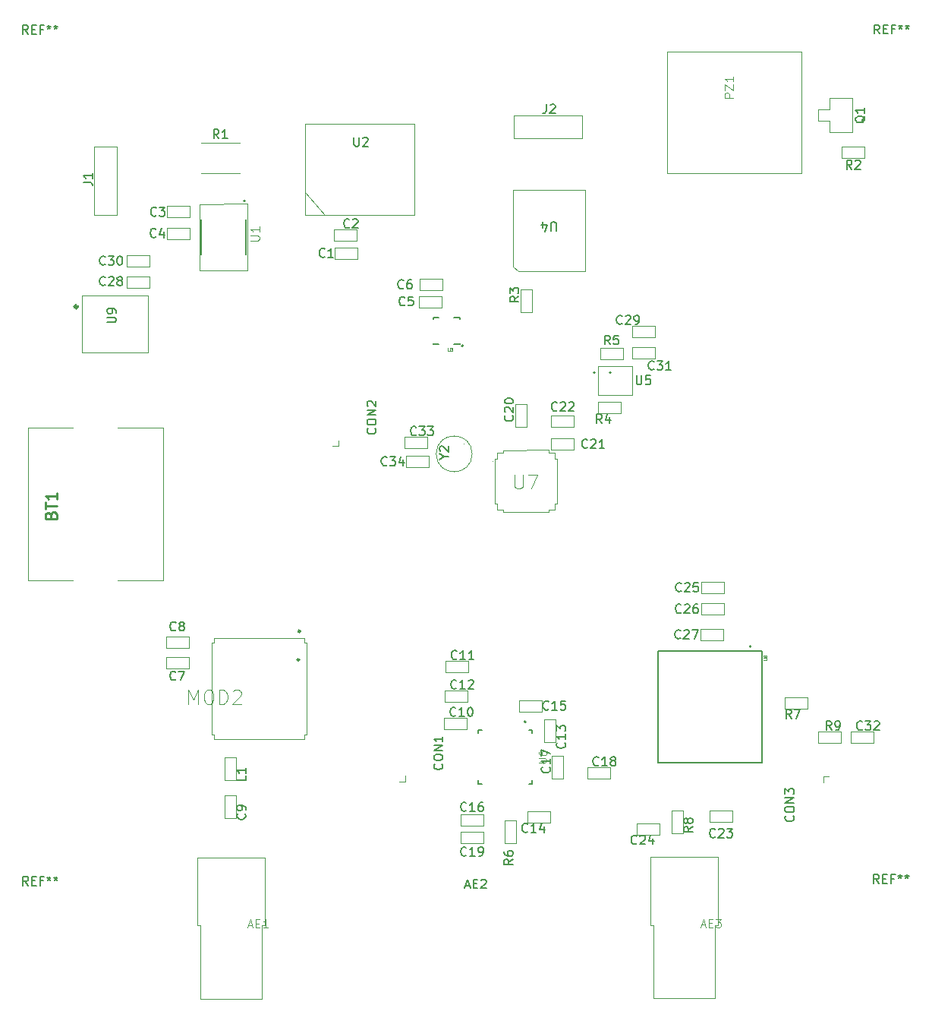
<source format=gbr>
%TF.GenerationSoftware,KiCad,Pcbnew,(5.99.0-10506-gb986797469)*%
%TF.CreationDate,2021-05-19T12:07:34+01:00*%
%TF.ProjectId,LoRa tracker,4c6f5261-2074-4726-9163-6b65722e6b69,rev?*%
%TF.SameCoordinates,Original*%
%TF.FileFunction,Legend,Top*%
%TF.FilePolarity,Positive*%
%FSLAX46Y46*%
G04 Gerber Fmt 4.6, Leading zero omitted, Abs format (unit mm)*
G04 Created by KiCad (PCBNEW (5.99.0-10506-gb986797469)) date 2021-05-19 12:07:34*
%MOMM*%
%LPD*%
G01*
G04 APERTURE LIST*
%ADD10C,0.150000*%
%ADD11C,0.015000*%
%ADD12C,0.254000*%
%ADD13C,0.120000*%
%ADD14C,0.127000*%
%ADD15C,0.200000*%
%ADD16C,0.177800*%
%ADD17C,0.100000*%
%ADD18C,0.160000*%
%ADD19C,0.242809*%
%ADD20C,0.109172*%
%ADD21C,0.342843*%
G04 APERTURE END LIST*
D10*
%TO.C,C22*%
X122397142Y-79617142D02*
X122349523Y-79664761D01*
X122206666Y-79712380D01*
X122111428Y-79712380D01*
X121968571Y-79664761D01*
X121873333Y-79569523D01*
X121825714Y-79474285D01*
X121778095Y-79283809D01*
X121778095Y-79140952D01*
X121825714Y-78950476D01*
X121873333Y-78855238D01*
X121968571Y-78760000D01*
X122111428Y-78712380D01*
X122206666Y-78712380D01*
X122349523Y-78760000D01*
X122397142Y-78807619D01*
X122778095Y-78807619D02*
X122825714Y-78760000D01*
X122920952Y-78712380D01*
X123159047Y-78712380D01*
X123254285Y-78760000D01*
X123301904Y-78807619D01*
X123349523Y-78902857D01*
X123349523Y-78998095D01*
X123301904Y-79140952D01*
X122730476Y-79712380D01*
X123349523Y-79712380D01*
X123730476Y-78807619D02*
X123778095Y-78760000D01*
X123873333Y-78712380D01*
X124111428Y-78712380D01*
X124206666Y-78760000D01*
X124254285Y-78807619D01*
X124301904Y-78902857D01*
X124301904Y-78998095D01*
X124254285Y-79140952D01*
X123682857Y-79712380D01*
X124301904Y-79712380D01*
D11*
%TO.C,U6*%
X120409904Y-118889523D02*
X121057523Y-118889523D01*
X121133714Y-118851428D01*
X121171809Y-118813333D01*
X121209904Y-118737142D01*
X121209904Y-118584761D01*
X121171809Y-118508571D01*
X121133714Y-118470476D01*
X121057523Y-118432380D01*
X120409904Y-118432380D01*
X120409904Y-117708571D02*
X120409904Y-117860952D01*
X120448000Y-117937142D01*
X120486095Y-117975238D01*
X120600380Y-118051428D01*
X120752761Y-118089523D01*
X121057523Y-118089523D01*
X121133714Y-118051428D01*
X121171809Y-118013333D01*
X121209904Y-117937142D01*
X121209904Y-117784761D01*
X121171809Y-117708571D01*
X121133714Y-117670476D01*
X121057523Y-117632380D01*
X120867047Y-117632380D01*
X120790857Y-117670476D01*
X120752761Y-117708571D01*
X120714666Y-117784761D01*
X120714666Y-117937142D01*
X120752761Y-118013333D01*
X120790857Y-118051428D01*
X120867047Y-118089523D01*
D10*
%TO.C,C18*%
X127037142Y-119157142D02*
X126989523Y-119204761D01*
X126846666Y-119252380D01*
X126751428Y-119252380D01*
X126608571Y-119204761D01*
X126513333Y-119109523D01*
X126465714Y-119014285D01*
X126418095Y-118823809D01*
X126418095Y-118680952D01*
X126465714Y-118490476D01*
X126513333Y-118395238D01*
X126608571Y-118300000D01*
X126751428Y-118252380D01*
X126846666Y-118252380D01*
X126989523Y-118300000D01*
X127037142Y-118347619D01*
X127989523Y-119252380D02*
X127418095Y-119252380D01*
X127703809Y-119252380D02*
X127703809Y-118252380D01*
X127608571Y-118395238D01*
X127513333Y-118490476D01*
X127418095Y-118538095D01*
X128560952Y-118680952D02*
X128465714Y-118633333D01*
X128418095Y-118585714D01*
X128370476Y-118490476D01*
X128370476Y-118442857D01*
X128418095Y-118347619D01*
X128465714Y-118300000D01*
X128560952Y-118252380D01*
X128751428Y-118252380D01*
X128846666Y-118300000D01*
X128894285Y-118347619D01*
X128941904Y-118442857D01*
X128941904Y-118490476D01*
X128894285Y-118585714D01*
X128846666Y-118633333D01*
X128751428Y-118680952D01*
X128560952Y-118680952D01*
X128465714Y-118728571D01*
X128418095Y-118776190D01*
X128370476Y-118871428D01*
X128370476Y-119061904D01*
X128418095Y-119157142D01*
X128465714Y-119204761D01*
X128560952Y-119252380D01*
X128751428Y-119252380D01*
X128846666Y-119204761D01*
X128894285Y-119157142D01*
X128941904Y-119061904D01*
X128941904Y-118871428D01*
X128894285Y-118776190D01*
X128846666Y-118728571D01*
X128751428Y-118680952D01*
%TO.C,CON2*%
X102107142Y-81639285D02*
X102154761Y-81686904D01*
X102202380Y-81829761D01*
X102202380Y-81925000D01*
X102154761Y-82067857D01*
X102059523Y-82163095D01*
X101964285Y-82210714D01*
X101773809Y-82258333D01*
X101630952Y-82258333D01*
X101440476Y-82210714D01*
X101345238Y-82163095D01*
X101250000Y-82067857D01*
X101202380Y-81925000D01*
X101202380Y-81829761D01*
X101250000Y-81686904D01*
X101297619Y-81639285D01*
X101202380Y-81020238D02*
X101202380Y-80829761D01*
X101250000Y-80734523D01*
X101345238Y-80639285D01*
X101535714Y-80591666D01*
X101869047Y-80591666D01*
X102059523Y-80639285D01*
X102154761Y-80734523D01*
X102202380Y-80829761D01*
X102202380Y-81020238D01*
X102154761Y-81115476D01*
X102059523Y-81210714D01*
X101869047Y-81258333D01*
X101535714Y-81258333D01*
X101345238Y-81210714D01*
X101250000Y-81115476D01*
X101202380Y-81020238D01*
X102202380Y-80163095D02*
X101202380Y-80163095D01*
X102202380Y-79591666D01*
X101202380Y-79591666D01*
X101297619Y-79163095D02*
X101250000Y-79115476D01*
X101202380Y-79020238D01*
X101202380Y-78782142D01*
X101250000Y-78686904D01*
X101297619Y-78639285D01*
X101392857Y-78591666D01*
X101488095Y-78591666D01*
X101630952Y-78639285D01*
X102202380Y-79210714D01*
X102202380Y-78591666D01*
D11*
%TO.C,U3*%
X110257281Y-72711601D02*
X110257281Y-72971103D01*
X110272545Y-73001633D01*
X110287810Y-73016897D01*
X110318340Y-73032162D01*
X110379399Y-73032162D01*
X110409929Y-73016897D01*
X110425193Y-73001633D01*
X110440458Y-72971103D01*
X110440458Y-72711601D01*
X110562577Y-72711601D02*
X110761019Y-72711601D01*
X110654166Y-72833720D01*
X110699960Y-72833720D01*
X110730490Y-72848984D01*
X110745754Y-72864249D01*
X110761019Y-72894779D01*
X110761019Y-72971103D01*
X110745754Y-73001633D01*
X110730490Y-73016897D01*
X110699960Y-73032162D01*
X110608371Y-73032162D01*
X110577842Y-73016897D01*
X110562577Y-73001633D01*
D10*
%TO.C,C33*%
X106682142Y-82332142D02*
X106634523Y-82379761D01*
X106491666Y-82427380D01*
X106396428Y-82427380D01*
X106253571Y-82379761D01*
X106158333Y-82284523D01*
X106110714Y-82189285D01*
X106063095Y-81998809D01*
X106063095Y-81855952D01*
X106110714Y-81665476D01*
X106158333Y-81570238D01*
X106253571Y-81475000D01*
X106396428Y-81427380D01*
X106491666Y-81427380D01*
X106634523Y-81475000D01*
X106682142Y-81522619D01*
X107015476Y-81427380D02*
X107634523Y-81427380D01*
X107301190Y-81808333D01*
X107444047Y-81808333D01*
X107539285Y-81855952D01*
X107586904Y-81903571D01*
X107634523Y-81998809D01*
X107634523Y-82236904D01*
X107586904Y-82332142D01*
X107539285Y-82379761D01*
X107444047Y-82427380D01*
X107158333Y-82427380D01*
X107063095Y-82379761D01*
X107015476Y-82332142D01*
X107967857Y-81427380D02*
X108586904Y-81427380D01*
X108253571Y-81808333D01*
X108396428Y-81808333D01*
X108491666Y-81855952D01*
X108539285Y-81903571D01*
X108586904Y-81998809D01*
X108586904Y-82236904D01*
X108539285Y-82332142D01*
X108491666Y-82379761D01*
X108396428Y-82427380D01*
X108110714Y-82427380D01*
X108015476Y-82379761D01*
X107967857Y-82332142D01*
%TO.C,C26*%
X136247142Y-102137142D02*
X136199523Y-102184761D01*
X136056666Y-102232380D01*
X135961428Y-102232380D01*
X135818571Y-102184761D01*
X135723333Y-102089523D01*
X135675714Y-101994285D01*
X135628095Y-101803809D01*
X135628095Y-101660952D01*
X135675714Y-101470476D01*
X135723333Y-101375238D01*
X135818571Y-101280000D01*
X135961428Y-101232380D01*
X136056666Y-101232380D01*
X136199523Y-101280000D01*
X136247142Y-101327619D01*
X136628095Y-101327619D02*
X136675714Y-101280000D01*
X136770952Y-101232380D01*
X137009047Y-101232380D01*
X137104285Y-101280000D01*
X137151904Y-101327619D01*
X137199523Y-101422857D01*
X137199523Y-101518095D01*
X137151904Y-101660952D01*
X136580476Y-102232380D01*
X137199523Y-102232380D01*
X138056666Y-101232380D02*
X137866190Y-101232380D01*
X137770952Y-101280000D01*
X137723333Y-101327619D01*
X137628095Y-101470476D01*
X137580476Y-101660952D01*
X137580476Y-102041904D01*
X137628095Y-102137142D01*
X137675714Y-102184761D01*
X137770952Y-102232380D01*
X137961428Y-102232380D01*
X138056666Y-102184761D01*
X138104285Y-102137142D01*
X138151904Y-102041904D01*
X138151904Y-101803809D01*
X138104285Y-101708571D01*
X138056666Y-101660952D01*
X137961428Y-101613333D01*
X137770952Y-101613333D01*
X137675714Y-101660952D01*
X137628095Y-101708571D01*
X137580476Y-101803809D01*
%TO.C,R9*%
X153018333Y-115265380D02*
X152685000Y-114789190D01*
X152446904Y-115265380D02*
X152446904Y-114265380D01*
X152827857Y-114265380D01*
X152923095Y-114313000D01*
X152970714Y-114360619D01*
X153018333Y-114455857D01*
X153018333Y-114598714D01*
X152970714Y-114693952D01*
X152923095Y-114741571D01*
X152827857Y-114789190D01*
X152446904Y-114789190D01*
X153494523Y-115265380D02*
X153685000Y-115265380D01*
X153780238Y-115217761D01*
X153827857Y-115170142D01*
X153923095Y-115027285D01*
X153970714Y-114836809D01*
X153970714Y-114455857D01*
X153923095Y-114360619D01*
X153875476Y-114313000D01*
X153780238Y-114265380D01*
X153589761Y-114265380D01*
X153494523Y-114313000D01*
X153446904Y-114360619D01*
X153399285Y-114455857D01*
X153399285Y-114693952D01*
X153446904Y-114789190D01*
X153494523Y-114836809D01*
X153589761Y-114884428D01*
X153780238Y-114884428D01*
X153875476Y-114836809D01*
X153923095Y-114789190D01*
X153970714Y-114693952D01*
%TO.C,R5*%
X128320833Y-72284880D02*
X127987500Y-71808690D01*
X127749404Y-72284880D02*
X127749404Y-71284880D01*
X128130357Y-71284880D01*
X128225595Y-71332500D01*
X128273214Y-71380119D01*
X128320833Y-71475357D01*
X128320833Y-71618214D01*
X128273214Y-71713452D01*
X128225595Y-71761071D01*
X128130357Y-71808690D01*
X127749404Y-71808690D01*
X129225595Y-71284880D02*
X128749404Y-71284880D01*
X128701785Y-71761071D01*
X128749404Y-71713452D01*
X128844642Y-71665833D01*
X129082738Y-71665833D01*
X129177976Y-71713452D01*
X129225595Y-71761071D01*
X129273214Y-71856309D01*
X129273214Y-72094404D01*
X129225595Y-72189642D01*
X129177976Y-72237261D01*
X129082738Y-72284880D01*
X128844642Y-72284880D01*
X128749404Y-72237261D01*
X128701785Y-72189642D01*
%TO.C,U4*%
X122291904Y-59627619D02*
X122291904Y-58818095D01*
X122244285Y-58722857D01*
X122196666Y-58675238D01*
X122101428Y-58627619D01*
X121910952Y-58627619D01*
X121815714Y-58675238D01*
X121768095Y-58722857D01*
X121720476Y-58818095D01*
X121720476Y-59627619D01*
X120815714Y-59294285D02*
X120815714Y-58627619D01*
X121053809Y-59675238D02*
X121291904Y-58960952D01*
X120672857Y-58960952D01*
D12*
%TO.C,BT1*%
X65922485Y-91281057D02*
X65982961Y-91099628D01*
X66043438Y-91039152D01*
X66164390Y-90978676D01*
X66345819Y-90978676D01*
X66466771Y-91039152D01*
X66527247Y-91099628D01*
X66587723Y-91220580D01*
X66587723Y-91704390D01*
X65317723Y-91704390D01*
X65317723Y-91281057D01*
X65378200Y-91160104D01*
X65438676Y-91099628D01*
X65559628Y-91039152D01*
X65680580Y-91039152D01*
X65801533Y-91099628D01*
X65862009Y-91160104D01*
X65922485Y-91281057D01*
X65922485Y-91704390D01*
X65317723Y-90615819D02*
X65317723Y-89890104D01*
X66587723Y-90252961D02*
X65317723Y-90252961D01*
X66587723Y-88801533D02*
X66587723Y-89527247D01*
X66587723Y-89164390D02*
X65317723Y-89164390D01*
X65499152Y-89285342D01*
X65620104Y-89406295D01*
X65680580Y-89527247D01*
D10*
%TO.C,C20*%
X117437142Y-80202857D02*
X117484761Y-80250476D01*
X117532380Y-80393333D01*
X117532380Y-80488571D01*
X117484761Y-80631428D01*
X117389523Y-80726666D01*
X117294285Y-80774285D01*
X117103809Y-80821904D01*
X116960952Y-80821904D01*
X116770476Y-80774285D01*
X116675238Y-80726666D01*
X116580000Y-80631428D01*
X116532380Y-80488571D01*
X116532380Y-80393333D01*
X116580000Y-80250476D01*
X116627619Y-80202857D01*
X116627619Y-79821904D02*
X116580000Y-79774285D01*
X116532380Y-79679047D01*
X116532380Y-79440952D01*
X116580000Y-79345714D01*
X116627619Y-79298095D01*
X116722857Y-79250476D01*
X116818095Y-79250476D01*
X116960952Y-79298095D01*
X117532380Y-79869523D01*
X117532380Y-79250476D01*
X116532380Y-78631428D02*
X116532380Y-78536190D01*
X116580000Y-78440952D01*
X116627619Y-78393333D01*
X116722857Y-78345714D01*
X116913333Y-78298095D01*
X117151428Y-78298095D01*
X117341904Y-78345714D01*
X117437142Y-78393333D01*
X117484761Y-78440952D01*
X117532380Y-78536190D01*
X117532380Y-78631428D01*
X117484761Y-78726666D01*
X117437142Y-78774285D01*
X117341904Y-78821904D01*
X117151428Y-78869523D01*
X116913333Y-78869523D01*
X116722857Y-78821904D01*
X116627619Y-78774285D01*
X116580000Y-78726666D01*
X116532380Y-78631428D01*
%TO.C,R3*%
X118132380Y-66926666D02*
X117656190Y-67260000D01*
X118132380Y-67498095D02*
X117132380Y-67498095D01*
X117132380Y-67117142D01*
X117180000Y-67021904D01*
X117227619Y-66974285D01*
X117322857Y-66926666D01*
X117465714Y-66926666D01*
X117560952Y-66974285D01*
X117608571Y-67021904D01*
X117656190Y-67117142D01*
X117656190Y-67498095D01*
X117132380Y-66593333D02*
X117132380Y-65974285D01*
X117513333Y-66307619D01*
X117513333Y-66164761D01*
X117560952Y-66069523D01*
X117608571Y-66021904D01*
X117703809Y-65974285D01*
X117941904Y-65974285D01*
X118037142Y-66021904D01*
X118084761Y-66069523D01*
X118132380Y-66164761D01*
X118132380Y-66450476D01*
X118084761Y-66545714D01*
X118037142Y-66593333D01*
%TO.C,C21*%
X125782142Y-83752142D02*
X125734523Y-83799761D01*
X125591666Y-83847380D01*
X125496428Y-83847380D01*
X125353571Y-83799761D01*
X125258333Y-83704523D01*
X125210714Y-83609285D01*
X125163095Y-83418809D01*
X125163095Y-83275952D01*
X125210714Y-83085476D01*
X125258333Y-82990238D01*
X125353571Y-82895000D01*
X125496428Y-82847380D01*
X125591666Y-82847380D01*
X125734523Y-82895000D01*
X125782142Y-82942619D01*
X126163095Y-82942619D02*
X126210714Y-82895000D01*
X126305952Y-82847380D01*
X126544047Y-82847380D01*
X126639285Y-82895000D01*
X126686904Y-82942619D01*
X126734523Y-83037857D01*
X126734523Y-83133095D01*
X126686904Y-83275952D01*
X126115476Y-83847380D01*
X126734523Y-83847380D01*
X127686904Y-83847380D02*
X127115476Y-83847380D01*
X127401190Y-83847380D02*
X127401190Y-82847380D01*
X127305952Y-82990238D01*
X127210714Y-83085476D01*
X127115476Y-83133095D01*
%TO.C,C34*%
X103427142Y-85707142D02*
X103379523Y-85754761D01*
X103236666Y-85802380D01*
X103141428Y-85802380D01*
X102998571Y-85754761D01*
X102903333Y-85659523D01*
X102855714Y-85564285D01*
X102808095Y-85373809D01*
X102808095Y-85230952D01*
X102855714Y-85040476D01*
X102903333Y-84945238D01*
X102998571Y-84850000D01*
X103141428Y-84802380D01*
X103236666Y-84802380D01*
X103379523Y-84850000D01*
X103427142Y-84897619D01*
X103760476Y-84802380D02*
X104379523Y-84802380D01*
X104046190Y-85183333D01*
X104189047Y-85183333D01*
X104284285Y-85230952D01*
X104331904Y-85278571D01*
X104379523Y-85373809D01*
X104379523Y-85611904D01*
X104331904Y-85707142D01*
X104284285Y-85754761D01*
X104189047Y-85802380D01*
X103903333Y-85802380D01*
X103808095Y-85754761D01*
X103760476Y-85707142D01*
X105236666Y-85135714D02*
X105236666Y-85802380D01*
X104998571Y-84754761D02*
X104760476Y-85469047D01*
X105379523Y-85469047D01*
%TO.C,C25*%
X136257142Y-99747142D02*
X136209523Y-99794761D01*
X136066666Y-99842380D01*
X135971428Y-99842380D01*
X135828571Y-99794761D01*
X135733333Y-99699523D01*
X135685714Y-99604285D01*
X135638095Y-99413809D01*
X135638095Y-99270952D01*
X135685714Y-99080476D01*
X135733333Y-98985238D01*
X135828571Y-98890000D01*
X135971428Y-98842380D01*
X136066666Y-98842380D01*
X136209523Y-98890000D01*
X136257142Y-98937619D01*
X136638095Y-98937619D02*
X136685714Y-98890000D01*
X136780952Y-98842380D01*
X137019047Y-98842380D01*
X137114285Y-98890000D01*
X137161904Y-98937619D01*
X137209523Y-99032857D01*
X137209523Y-99128095D01*
X137161904Y-99270952D01*
X136590476Y-99842380D01*
X137209523Y-99842380D01*
X138114285Y-98842380D02*
X137638095Y-98842380D01*
X137590476Y-99318571D01*
X137638095Y-99270952D01*
X137733333Y-99223333D01*
X137971428Y-99223333D01*
X138066666Y-99270952D01*
X138114285Y-99318571D01*
X138161904Y-99413809D01*
X138161904Y-99651904D01*
X138114285Y-99747142D01*
X138066666Y-99794761D01*
X137971428Y-99842380D01*
X137733333Y-99842380D01*
X137638095Y-99794761D01*
X137590476Y-99747142D01*
%TO.C,C12*%
X111182142Y-110577142D02*
X111134523Y-110624761D01*
X110991666Y-110672380D01*
X110896428Y-110672380D01*
X110753571Y-110624761D01*
X110658333Y-110529523D01*
X110610714Y-110434285D01*
X110563095Y-110243809D01*
X110563095Y-110100952D01*
X110610714Y-109910476D01*
X110658333Y-109815238D01*
X110753571Y-109720000D01*
X110896428Y-109672380D01*
X110991666Y-109672380D01*
X111134523Y-109720000D01*
X111182142Y-109767619D01*
X112134523Y-110672380D02*
X111563095Y-110672380D01*
X111848809Y-110672380D02*
X111848809Y-109672380D01*
X111753571Y-109815238D01*
X111658333Y-109910476D01*
X111563095Y-109958095D01*
X112515476Y-109767619D02*
X112563095Y-109720000D01*
X112658333Y-109672380D01*
X112896428Y-109672380D01*
X112991666Y-109720000D01*
X113039285Y-109767619D01*
X113086904Y-109862857D01*
X113086904Y-109958095D01*
X113039285Y-110100952D01*
X112467857Y-110672380D01*
X113086904Y-110672380D01*
%TO.C,L1*%
X87657380Y-120340262D02*
X87657380Y-120816453D01*
X86657380Y-120816453D01*
X87657380Y-119483119D02*
X87657380Y-120054548D01*
X87657380Y-119768834D02*
X86657380Y-119768834D01*
X86800238Y-119864072D01*
X86895476Y-119959310D01*
X86943095Y-120054548D01*
D11*
%TO.C,AE3*%
X138487637Y-136972480D02*
X138937581Y-136972480D01*
X138397648Y-137242446D02*
X138712609Y-136297564D01*
X139027570Y-137242446D01*
X139342530Y-136747508D02*
X139657491Y-136747508D01*
X139792474Y-137242446D02*
X139342530Y-137242446D01*
X139342530Y-136297564D01*
X139792474Y-136297564D01*
X140107435Y-136297564D02*
X140692362Y-136297564D01*
X140377401Y-136657519D01*
X140512384Y-136657519D01*
X140602373Y-136702514D01*
X140647367Y-136747508D01*
X140692362Y-136837497D01*
X140692362Y-137062469D01*
X140647367Y-137152457D01*
X140602373Y-137197452D01*
X140512384Y-137242446D01*
X140242418Y-137242446D01*
X140152429Y-137197452D01*
X140107435Y-137152457D01*
D10*
%TO.C,C1*%
X96493333Y-62477142D02*
X96445714Y-62524761D01*
X96302857Y-62572380D01*
X96207619Y-62572380D01*
X96064761Y-62524761D01*
X95969523Y-62429523D01*
X95921904Y-62334285D01*
X95874285Y-62143809D01*
X95874285Y-62000952D01*
X95921904Y-61810476D01*
X95969523Y-61715238D01*
X96064761Y-61620000D01*
X96207619Y-61572380D01*
X96302857Y-61572380D01*
X96445714Y-61620000D01*
X96493333Y-61667619D01*
X97445714Y-62572380D02*
X96874285Y-62572380D01*
X97160000Y-62572380D02*
X97160000Y-61572380D01*
X97064761Y-61715238D01*
X96969523Y-61810476D01*
X96874285Y-61858095D01*
%TO.C,C8*%
X79868333Y-104102142D02*
X79820714Y-104149761D01*
X79677857Y-104197380D01*
X79582619Y-104197380D01*
X79439761Y-104149761D01*
X79344523Y-104054523D01*
X79296904Y-103959285D01*
X79249285Y-103768809D01*
X79249285Y-103625952D01*
X79296904Y-103435476D01*
X79344523Y-103340238D01*
X79439761Y-103245000D01*
X79582619Y-103197380D01*
X79677857Y-103197380D01*
X79820714Y-103245000D01*
X79868333Y-103292619D01*
X80439761Y-103625952D02*
X80344523Y-103578333D01*
X80296904Y-103530714D01*
X80249285Y-103435476D01*
X80249285Y-103387857D01*
X80296904Y-103292619D01*
X80344523Y-103245000D01*
X80439761Y-103197380D01*
X80630238Y-103197380D01*
X80725476Y-103245000D01*
X80773095Y-103292619D01*
X80820714Y-103387857D01*
X80820714Y-103435476D01*
X80773095Y-103530714D01*
X80725476Y-103578333D01*
X80630238Y-103625952D01*
X80439761Y-103625952D01*
X80344523Y-103673571D01*
X80296904Y-103721190D01*
X80249285Y-103816428D01*
X80249285Y-104006904D01*
X80296904Y-104102142D01*
X80344523Y-104149761D01*
X80439761Y-104197380D01*
X80630238Y-104197380D01*
X80725476Y-104149761D01*
X80773095Y-104102142D01*
X80820714Y-104006904D01*
X80820714Y-103816428D01*
X80773095Y-103721190D01*
X80725476Y-103673571D01*
X80630238Y-103625952D01*
%TO.C,U5*%
X131275595Y-75754880D02*
X131275595Y-76564404D01*
X131323214Y-76659642D01*
X131370833Y-76707261D01*
X131466071Y-76754880D01*
X131656547Y-76754880D01*
X131751785Y-76707261D01*
X131799404Y-76659642D01*
X131847023Y-76564404D01*
X131847023Y-75754880D01*
X132799404Y-75754880D02*
X132323214Y-75754880D01*
X132275595Y-76231071D01*
X132323214Y-76183452D01*
X132418452Y-76135833D01*
X132656547Y-76135833D01*
X132751785Y-76183452D01*
X132799404Y-76231071D01*
X132847023Y-76326309D01*
X132847023Y-76564404D01*
X132799404Y-76659642D01*
X132751785Y-76707261D01*
X132656547Y-76754880D01*
X132418452Y-76754880D01*
X132323214Y-76707261D01*
X132275595Y-76659642D01*
%TO.C,Y2*%
X109816190Y-84806190D02*
X110292380Y-84806190D01*
X109292380Y-85139523D02*
X109816190Y-84806190D01*
X109292380Y-84472857D01*
X109387619Y-84187142D02*
X109340000Y-84139523D01*
X109292380Y-84044285D01*
X109292380Y-83806190D01*
X109340000Y-83710952D01*
X109387619Y-83663333D01*
X109482857Y-83615714D01*
X109578095Y-83615714D01*
X109720952Y-83663333D01*
X110292380Y-84234761D01*
X110292380Y-83615714D01*
%TO.C,Q1*%
X156781619Y-46825238D02*
X156734000Y-46920476D01*
X156638761Y-47015714D01*
X156495904Y-47158571D01*
X156448285Y-47253809D01*
X156448285Y-47349047D01*
X156686380Y-47301428D02*
X156638761Y-47396666D01*
X156543523Y-47491904D01*
X156353047Y-47539523D01*
X156019714Y-47539523D01*
X155829238Y-47491904D01*
X155734000Y-47396666D01*
X155686380Y-47301428D01*
X155686380Y-47110952D01*
X155734000Y-47015714D01*
X155829238Y-46920476D01*
X156019714Y-46872857D01*
X156353047Y-46872857D01*
X156543523Y-46920476D01*
X156638761Y-47015714D01*
X156686380Y-47110952D01*
X156686380Y-47301428D01*
X156686380Y-45920476D02*
X156686380Y-46491904D01*
X156686380Y-46206190D02*
X155686380Y-46206190D01*
X155829238Y-46301428D01*
X155924476Y-46396666D01*
X155972095Y-46491904D01*
%TO.C,C3*%
X77703333Y-57887142D02*
X77655714Y-57934761D01*
X77512857Y-57982380D01*
X77417619Y-57982380D01*
X77274761Y-57934761D01*
X77179523Y-57839523D01*
X77131904Y-57744285D01*
X77084285Y-57553809D01*
X77084285Y-57410952D01*
X77131904Y-57220476D01*
X77179523Y-57125238D01*
X77274761Y-57030000D01*
X77417619Y-56982380D01*
X77512857Y-56982380D01*
X77655714Y-57030000D01*
X77703333Y-57077619D01*
X78036666Y-56982380D02*
X78655714Y-56982380D01*
X78322380Y-57363333D01*
X78465238Y-57363333D01*
X78560476Y-57410952D01*
X78608095Y-57458571D01*
X78655714Y-57553809D01*
X78655714Y-57791904D01*
X78608095Y-57887142D01*
X78560476Y-57934761D01*
X78465238Y-57982380D01*
X78179523Y-57982380D01*
X78084285Y-57934761D01*
X78036666Y-57887142D01*
%TO.C,C23*%
X140047142Y-127147142D02*
X139999523Y-127194761D01*
X139856666Y-127242380D01*
X139761428Y-127242380D01*
X139618571Y-127194761D01*
X139523333Y-127099523D01*
X139475714Y-127004285D01*
X139428095Y-126813809D01*
X139428095Y-126670952D01*
X139475714Y-126480476D01*
X139523333Y-126385238D01*
X139618571Y-126290000D01*
X139761428Y-126242380D01*
X139856666Y-126242380D01*
X139999523Y-126290000D01*
X140047142Y-126337619D01*
X140428095Y-126337619D02*
X140475714Y-126290000D01*
X140570952Y-126242380D01*
X140809047Y-126242380D01*
X140904285Y-126290000D01*
X140951904Y-126337619D01*
X140999523Y-126432857D01*
X140999523Y-126528095D01*
X140951904Y-126670952D01*
X140380476Y-127242380D01*
X140999523Y-127242380D01*
X141332857Y-126242380D02*
X141951904Y-126242380D01*
X141618571Y-126623333D01*
X141761428Y-126623333D01*
X141856666Y-126670952D01*
X141904285Y-126718571D01*
X141951904Y-126813809D01*
X141951904Y-127051904D01*
X141904285Y-127147142D01*
X141856666Y-127194761D01*
X141761428Y-127242380D01*
X141475714Y-127242380D01*
X141380476Y-127194761D01*
X141332857Y-127147142D01*
%TO.C,REF\u002A\u002A*%
X158386666Y-37652380D02*
X158053333Y-37176190D01*
X157815238Y-37652380D02*
X157815238Y-36652380D01*
X158196190Y-36652380D01*
X158291428Y-36700000D01*
X158339047Y-36747619D01*
X158386666Y-36842857D01*
X158386666Y-36985714D01*
X158339047Y-37080952D01*
X158291428Y-37128571D01*
X158196190Y-37176190D01*
X157815238Y-37176190D01*
X158815238Y-37128571D02*
X159148571Y-37128571D01*
X159291428Y-37652380D02*
X158815238Y-37652380D01*
X158815238Y-36652380D01*
X159291428Y-36652380D01*
X160053333Y-37128571D02*
X159720000Y-37128571D01*
X159720000Y-37652380D02*
X159720000Y-36652380D01*
X160196190Y-36652380D01*
X160720000Y-36652380D02*
X160720000Y-36890476D01*
X160481904Y-36795238D02*
X160720000Y-36890476D01*
X160958095Y-36795238D01*
X160577142Y-37080952D02*
X160720000Y-36890476D01*
X160862857Y-37080952D01*
X161481904Y-36652380D02*
X161481904Y-36890476D01*
X161243809Y-36795238D02*
X161481904Y-36890476D01*
X161720000Y-36795238D01*
X161339047Y-37080952D02*
X161481904Y-36890476D01*
X161624761Y-37080952D01*
%TO.C,R2*%
X155283333Y-52752380D02*
X154950000Y-52276190D01*
X154711904Y-52752380D02*
X154711904Y-51752380D01*
X155092857Y-51752380D01*
X155188095Y-51800000D01*
X155235714Y-51847619D01*
X155283333Y-51942857D01*
X155283333Y-52085714D01*
X155235714Y-52180952D01*
X155188095Y-52228571D01*
X155092857Y-52276190D01*
X154711904Y-52276190D01*
X155664285Y-51847619D02*
X155711904Y-51800000D01*
X155807142Y-51752380D01*
X156045238Y-51752380D01*
X156140476Y-51800000D01*
X156188095Y-51847619D01*
X156235714Y-51942857D01*
X156235714Y-52038095D01*
X156188095Y-52180952D01*
X155616666Y-52752380D01*
X156235714Y-52752380D01*
%TO.C,J2*%
X121216666Y-45522380D02*
X121216666Y-46236666D01*
X121169047Y-46379523D01*
X121073809Y-46474761D01*
X120930952Y-46522380D01*
X120835714Y-46522380D01*
X121645238Y-45617619D02*
X121692857Y-45570000D01*
X121788095Y-45522380D01*
X122026190Y-45522380D01*
X122121428Y-45570000D01*
X122169047Y-45617619D01*
X122216666Y-45712857D01*
X122216666Y-45808095D01*
X122169047Y-45950952D01*
X121597619Y-46522380D01*
X122216666Y-46522380D01*
%TO.C,R8*%
X137532380Y-126052666D02*
X137056190Y-126386000D01*
X137532380Y-126624095D02*
X136532380Y-126624095D01*
X136532380Y-126243142D01*
X136580000Y-126147904D01*
X136627619Y-126100285D01*
X136722857Y-126052666D01*
X136865714Y-126052666D01*
X136960952Y-126100285D01*
X137008571Y-126147904D01*
X137056190Y-126243142D01*
X137056190Y-126624095D01*
X136960952Y-125481238D02*
X136913333Y-125576476D01*
X136865714Y-125624095D01*
X136770476Y-125671714D01*
X136722857Y-125671714D01*
X136627619Y-125624095D01*
X136580000Y-125576476D01*
X136532380Y-125481238D01*
X136532380Y-125290761D01*
X136580000Y-125195523D01*
X136627619Y-125147904D01*
X136722857Y-125100285D01*
X136770476Y-125100285D01*
X136865714Y-125147904D01*
X136913333Y-125195523D01*
X136960952Y-125290761D01*
X136960952Y-125481238D01*
X137008571Y-125576476D01*
X137056190Y-125624095D01*
X137151428Y-125671714D01*
X137341904Y-125671714D01*
X137437142Y-125624095D01*
X137484761Y-125576476D01*
X137532380Y-125481238D01*
X137532380Y-125290761D01*
X137484761Y-125195523D01*
X137437142Y-125147904D01*
X137341904Y-125100285D01*
X137151428Y-125100285D01*
X137056190Y-125147904D01*
X137008571Y-125195523D01*
X136960952Y-125290761D01*
%TO.C,C5*%
X105418333Y-67862142D02*
X105370714Y-67909761D01*
X105227857Y-67957380D01*
X105132619Y-67957380D01*
X104989761Y-67909761D01*
X104894523Y-67814523D01*
X104846904Y-67719285D01*
X104799285Y-67528809D01*
X104799285Y-67385952D01*
X104846904Y-67195476D01*
X104894523Y-67100238D01*
X104989761Y-67005000D01*
X105132619Y-66957380D01*
X105227857Y-66957380D01*
X105370714Y-67005000D01*
X105418333Y-67052619D01*
X106323095Y-66957380D02*
X105846904Y-66957380D01*
X105799285Y-67433571D01*
X105846904Y-67385952D01*
X105942142Y-67338333D01*
X106180238Y-67338333D01*
X106275476Y-67385952D01*
X106323095Y-67433571D01*
X106370714Y-67528809D01*
X106370714Y-67766904D01*
X106323095Y-67862142D01*
X106275476Y-67909761D01*
X106180238Y-67957380D01*
X105942142Y-67957380D01*
X105846904Y-67909761D01*
X105799285Y-67862142D01*
%TO.C,C7*%
X79848333Y-109612142D02*
X79800714Y-109659761D01*
X79657857Y-109707380D01*
X79562619Y-109707380D01*
X79419761Y-109659761D01*
X79324523Y-109564523D01*
X79276904Y-109469285D01*
X79229285Y-109278809D01*
X79229285Y-109135952D01*
X79276904Y-108945476D01*
X79324523Y-108850238D01*
X79419761Y-108755000D01*
X79562619Y-108707380D01*
X79657857Y-108707380D01*
X79800714Y-108755000D01*
X79848333Y-108802619D01*
X80181666Y-108707380D02*
X80848333Y-108707380D01*
X80419761Y-109707380D01*
%TO.C,REF\u002A\u002A*%
X63406666Y-132572380D02*
X63073333Y-132096190D01*
X62835238Y-132572380D02*
X62835238Y-131572380D01*
X63216190Y-131572380D01*
X63311428Y-131620000D01*
X63359047Y-131667619D01*
X63406666Y-131762857D01*
X63406666Y-131905714D01*
X63359047Y-132000952D01*
X63311428Y-132048571D01*
X63216190Y-132096190D01*
X62835238Y-132096190D01*
X63835238Y-132048571D02*
X64168571Y-132048571D01*
X64311428Y-132572380D02*
X63835238Y-132572380D01*
X63835238Y-131572380D01*
X64311428Y-131572380D01*
X65073333Y-132048571D02*
X64740000Y-132048571D01*
X64740000Y-132572380D02*
X64740000Y-131572380D01*
X65216190Y-131572380D01*
X65740000Y-131572380D02*
X65740000Y-131810476D01*
X65501904Y-131715238D02*
X65740000Y-131810476D01*
X65978095Y-131715238D01*
X65597142Y-132000952D02*
X65740000Y-131810476D01*
X65882857Y-132000952D01*
X66501904Y-131572380D02*
X66501904Y-131810476D01*
X66263809Y-131715238D02*
X66501904Y-131810476D01*
X66740000Y-131715238D01*
X66359047Y-132000952D02*
X66501904Y-131810476D01*
X66644761Y-132000952D01*
D11*
%TO.C,U1*%
X88189380Y-60706904D02*
X88998904Y-60706904D01*
X89094142Y-60659285D01*
X89141761Y-60611666D01*
X89189380Y-60516428D01*
X89189380Y-60325952D01*
X89141761Y-60230714D01*
X89094142Y-60183095D01*
X88998904Y-60135476D01*
X88189380Y-60135476D01*
X89189380Y-59135476D02*
X89189380Y-59706904D01*
X89189380Y-59421190D02*
X88189380Y-59421190D01*
X88332238Y-59516428D01*
X88427476Y-59611666D01*
X88475095Y-59706904D01*
D10*
%TO.C,C11*%
X111217142Y-107297142D02*
X111169523Y-107344761D01*
X111026666Y-107392380D01*
X110931428Y-107392380D01*
X110788571Y-107344761D01*
X110693333Y-107249523D01*
X110645714Y-107154285D01*
X110598095Y-106963809D01*
X110598095Y-106820952D01*
X110645714Y-106630476D01*
X110693333Y-106535238D01*
X110788571Y-106440000D01*
X110931428Y-106392380D01*
X111026666Y-106392380D01*
X111169523Y-106440000D01*
X111217142Y-106487619D01*
X112169523Y-107392380D02*
X111598095Y-107392380D01*
X111883809Y-107392380D02*
X111883809Y-106392380D01*
X111788571Y-106535238D01*
X111693333Y-106630476D01*
X111598095Y-106678095D01*
X113121904Y-107392380D02*
X112550476Y-107392380D01*
X112836190Y-107392380D02*
X112836190Y-106392380D01*
X112740952Y-106535238D01*
X112645714Y-106630476D01*
X112550476Y-106678095D01*
%TO.C,C29*%
X129659142Y-69953142D02*
X129611523Y-70000761D01*
X129468666Y-70048380D01*
X129373428Y-70048380D01*
X129230571Y-70000761D01*
X129135333Y-69905523D01*
X129087714Y-69810285D01*
X129040095Y-69619809D01*
X129040095Y-69476952D01*
X129087714Y-69286476D01*
X129135333Y-69191238D01*
X129230571Y-69096000D01*
X129373428Y-69048380D01*
X129468666Y-69048380D01*
X129611523Y-69096000D01*
X129659142Y-69143619D01*
X130040095Y-69143619D02*
X130087714Y-69096000D01*
X130182952Y-69048380D01*
X130421047Y-69048380D01*
X130516285Y-69096000D01*
X130563904Y-69143619D01*
X130611523Y-69238857D01*
X130611523Y-69334095D01*
X130563904Y-69476952D01*
X129992476Y-70048380D01*
X130611523Y-70048380D01*
X131087714Y-70048380D02*
X131278190Y-70048380D01*
X131373428Y-70000761D01*
X131421047Y-69953142D01*
X131516285Y-69810285D01*
X131563904Y-69619809D01*
X131563904Y-69238857D01*
X131516285Y-69143619D01*
X131468666Y-69096000D01*
X131373428Y-69048380D01*
X131182952Y-69048380D01*
X131087714Y-69096000D01*
X131040095Y-69143619D01*
X130992476Y-69238857D01*
X130992476Y-69476952D01*
X131040095Y-69572190D01*
X131087714Y-69619809D01*
X131182952Y-69667428D01*
X131373428Y-69667428D01*
X131468666Y-69619809D01*
X131516285Y-69572190D01*
X131563904Y-69476952D01*
%TO.C,C2*%
X99233333Y-59207142D02*
X99185714Y-59254761D01*
X99042857Y-59302380D01*
X98947619Y-59302380D01*
X98804761Y-59254761D01*
X98709523Y-59159523D01*
X98661904Y-59064285D01*
X98614285Y-58873809D01*
X98614285Y-58730952D01*
X98661904Y-58540476D01*
X98709523Y-58445238D01*
X98804761Y-58350000D01*
X98947619Y-58302380D01*
X99042857Y-58302380D01*
X99185714Y-58350000D01*
X99233333Y-58397619D01*
X99614285Y-58397619D02*
X99661904Y-58350000D01*
X99757142Y-58302380D01*
X99995238Y-58302380D01*
X100090476Y-58350000D01*
X100138095Y-58397619D01*
X100185714Y-58492857D01*
X100185714Y-58588095D01*
X100138095Y-58730952D01*
X99566666Y-59302380D01*
X100185714Y-59302380D01*
%TO.C,C4*%
X77653333Y-60257142D02*
X77605714Y-60304761D01*
X77462857Y-60352380D01*
X77367619Y-60352380D01*
X77224761Y-60304761D01*
X77129523Y-60209523D01*
X77081904Y-60114285D01*
X77034285Y-59923809D01*
X77034285Y-59780952D01*
X77081904Y-59590476D01*
X77129523Y-59495238D01*
X77224761Y-59400000D01*
X77367619Y-59352380D01*
X77462857Y-59352380D01*
X77605714Y-59400000D01*
X77653333Y-59447619D01*
X78510476Y-59685714D02*
X78510476Y-60352380D01*
X78272380Y-59304761D02*
X78034285Y-60019047D01*
X78653333Y-60019047D01*
D11*
%TO.C,AE1*%
X87937637Y-137032480D02*
X88387581Y-137032480D01*
X87847648Y-137302446D02*
X88162609Y-136357564D01*
X88477570Y-137302446D01*
X88792530Y-136807508D02*
X89107491Y-136807508D01*
X89242474Y-137302446D02*
X88792530Y-137302446D01*
X88792530Y-136357564D01*
X89242474Y-136357564D01*
X90142362Y-137302446D02*
X89602429Y-137302446D01*
X89872396Y-137302446D02*
X89872396Y-136357564D01*
X89782407Y-136492547D01*
X89692418Y-136582536D01*
X89602429Y-136627530D01*
D10*
%TO.C,R1*%
X84683333Y-49322380D02*
X84350000Y-48846190D01*
X84111904Y-49322380D02*
X84111904Y-48322380D01*
X84492857Y-48322380D01*
X84588095Y-48370000D01*
X84635714Y-48417619D01*
X84683333Y-48512857D01*
X84683333Y-48655714D01*
X84635714Y-48750952D01*
X84588095Y-48798571D01*
X84492857Y-48846190D01*
X84111904Y-48846190D01*
X85635714Y-49322380D02*
X85064285Y-49322380D01*
X85350000Y-49322380D02*
X85350000Y-48322380D01*
X85254761Y-48465238D01*
X85159523Y-48560476D01*
X85064285Y-48608095D01*
%TO.C,C32*%
X156456142Y-115170142D02*
X156408523Y-115217761D01*
X156265666Y-115265380D01*
X156170428Y-115265380D01*
X156027571Y-115217761D01*
X155932333Y-115122523D01*
X155884714Y-115027285D01*
X155837095Y-114836809D01*
X155837095Y-114693952D01*
X155884714Y-114503476D01*
X155932333Y-114408238D01*
X156027571Y-114313000D01*
X156170428Y-114265380D01*
X156265666Y-114265380D01*
X156408523Y-114313000D01*
X156456142Y-114360619D01*
X156789476Y-114265380D02*
X157408523Y-114265380D01*
X157075190Y-114646333D01*
X157218047Y-114646333D01*
X157313285Y-114693952D01*
X157360904Y-114741571D01*
X157408523Y-114836809D01*
X157408523Y-115074904D01*
X157360904Y-115170142D01*
X157313285Y-115217761D01*
X157218047Y-115265380D01*
X156932333Y-115265380D01*
X156837095Y-115217761D01*
X156789476Y-115170142D01*
X157789476Y-114360619D02*
X157837095Y-114313000D01*
X157932333Y-114265380D01*
X158170428Y-114265380D01*
X158265666Y-114313000D01*
X158313285Y-114360619D01*
X158360904Y-114455857D01*
X158360904Y-114551095D01*
X158313285Y-114693952D01*
X157741857Y-115265380D01*
X158360904Y-115265380D01*
%TO.C,REF\u002A\u002A*%
X63386666Y-37682380D02*
X63053333Y-37206190D01*
X62815238Y-37682380D02*
X62815238Y-36682380D01*
X63196190Y-36682380D01*
X63291428Y-36730000D01*
X63339047Y-36777619D01*
X63386666Y-36872857D01*
X63386666Y-37015714D01*
X63339047Y-37110952D01*
X63291428Y-37158571D01*
X63196190Y-37206190D01*
X62815238Y-37206190D01*
X63815238Y-37158571D02*
X64148571Y-37158571D01*
X64291428Y-37682380D02*
X63815238Y-37682380D01*
X63815238Y-36682380D01*
X64291428Y-36682380D01*
X65053333Y-37158571D02*
X64720000Y-37158571D01*
X64720000Y-37682380D02*
X64720000Y-36682380D01*
X65196190Y-36682380D01*
X65720000Y-36682380D02*
X65720000Y-36920476D01*
X65481904Y-36825238D02*
X65720000Y-36920476D01*
X65958095Y-36825238D01*
X65577142Y-37110952D02*
X65720000Y-36920476D01*
X65862857Y-37110952D01*
X66481904Y-36682380D02*
X66481904Y-36920476D01*
X66243809Y-36825238D02*
X66481904Y-36920476D01*
X66720000Y-36825238D01*
X66339047Y-37110952D02*
X66481904Y-36920476D01*
X66624761Y-37110952D01*
D11*
%TO.C,PZ1*%
X142057446Y-44787356D02*
X141112564Y-44787356D01*
X141112564Y-44427401D01*
X141157559Y-44337412D01*
X141202553Y-44292418D01*
X141292542Y-44247424D01*
X141427525Y-44247424D01*
X141517514Y-44292418D01*
X141562508Y-44337412D01*
X141607502Y-44427401D01*
X141607502Y-44787356D01*
X141112564Y-43932463D02*
X141112564Y-43302542D01*
X142057446Y-43932463D01*
X142057446Y-43302542D01*
X142057446Y-42447648D02*
X142057446Y-42987581D01*
X142057446Y-42717615D02*
X141112564Y-42717615D01*
X141247547Y-42807603D01*
X141337536Y-42897592D01*
X141382530Y-42987581D01*
D10*
%TO.C,C27*%
X136172142Y-105002142D02*
X136124523Y-105049761D01*
X135981666Y-105097380D01*
X135886428Y-105097380D01*
X135743571Y-105049761D01*
X135648333Y-104954523D01*
X135600714Y-104859285D01*
X135553095Y-104668809D01*
X135553095Y-104525952D01*
X135600714Y-104335476D01*
X135648333Y-104240238D01*
X135743571Y-104145000D01*
X135886428Y-104097380D01*
X135981666Y-104097380D01*
X136124523Y-104145000D01*
X136172142Y-104192619D01*
X136553095Y-104192619D02*
X136600714Y-104145000D01*
X136695952Y-104097380D01*
X136934047Y-104097380D01*
X137029285Y-104145000D01*
X137076904Y-104192619D01*
X137124523Y-104287857D01*
X137124523Y-104383095D01*
X137076904Y-104525952D01*
X136505476Y-105097380D01*
X137124523Y-105097380D01*
X137457857Y-104097380D02*
X138124523Y-104097380D01*
X137695952Y-105097380D01*
%TO.C,REF\u002A\u002A*%
X158326666Y-132362380D02*
X157993333Y-131886190D01*
X157755238Y-132362380D02*
X157755238Y-131362380D01*
X158136190Y-131362380D01*
X158231428Y-131410000D01*
X158279047Y-131457619D01*
X158326666Y-131552857D01*
X158326666Y-131695714D01*
X158279047Y-131790952D01*
X158231428Y-131838571D01*
X158136190Y-131886190D01*
X157755238Y-131886190D01*
X158755238Y-131838571D02*
X159088571Y-131838571D01*
X159231428Y-132362380D02*
X158755238Y-132362380D01*
X158755238Y-131362380D01*
X159231428Y-131362380D01*
X159993333Y-131838571D02*
X159660000Y-131838571D01*
X159660000Y-132362380D02*
X159660000Y-131362380D01*
X160136190Y-131362380D01*
X160660000Y-131362380D02*
X160660000Y-131600476D01*
X160421904Y-131505238D02*
X160660000Y-131600476D01*
X160898095Y-131505238D01*
X160517142Y-131790952D02*
X160660000Y-131600476D01*
X160802857Y-131790952D01*
X161421904Y-131362380D02*
X161421904Y-131600476D01*
X161183809Y-131505238D02*
X161421904Y-131600476D01*
X161660000Y-131505238D01*
X161279047Y-131790952D02*
X161421904Y-131600476D01*
X161564761Y-131790952D01*
%TO.C,U2*%
X99755095Y-49194380D02*
X99755095Y-50003904D01*
X99802714Y-50099142D01*
X99850333Y-50146761D01*
X99945571Y-50194380D01*
X100136047Y-50194380D01*
X100231285Y-50146761D01*
X100278904Y-50099142D01*
X100326523Y-50003904D01*
X100326523Y-49194380D01*
X100755095Y-49289619D02*
X100802714Y-49242000D01*
X100897952Y-49194380D01*
X101136047Y-49194380D01*
X101231285Y-49242000D01*
X101278904Y-49289619D01*
X101326523Y-49384857D01*
X101326523Y-49480095D01*
X101278904Y-49622952D01*
X100707476Y-50194380D01*
X101326523Y-50194380D01*
%TO.C,C13*%
X123252142Y-116657857D02*
X123299761Y-116705476D01*
X123347380Y-116848333D01*
X123347380Y-116943571D01*
X123299761Y-117086428D01*
X123204523Y-117181666D01*
X123109285Y-117229285D01*
X122918809Y-117276904D01*
X122775952Y-117276904D01*
X122585476Y-117229285D01*
X122490238Y-117181666D01*
X122395000Y-117086428D01*
X122347380Y-116943571D01*
X122347380Y-116848333D01*
X122395000Y-116705476D01*
X122442619Y-116657857D01*
X123347380Y-115705476D02*
X123347380Y-116276904D01*
X123347380Y-115991190D02*
X122347380Y-115991190D01*
X122490238Y-116086428D01*
X122585476Y-116181666D01*
X122633095Y-116276904D01*
X122347380Y-115372142D02*
X122347380Y-114753095D01*
X122728333Y-115086428D01*
X122728333Y-114943571D01*
X122775952Y-114848333D01*
X122823571Y-114800714D01*
X122918809Y-114753095D01*
X123156904Y-114753095D01*
X123252142Y-114800714D01*
X123299761Y-114848333D01*
X123347380Y-114943571D01*
X123347380Y-115229285D01*
X123299761Y-115324523D01*
X123252142Y-115372142D01*
%TO.C,R7*%
X148537333Y-113972380D02*
X148204000Y-113496190D01*
X147965904Y-113972380D02*
X147965904Y-112972380D01*
X148346857Y-112972380D01*
X148442095Y-113020000D01*
X148489714Y-113067619D01*
X148537333Y-113162857D01*
X148537333Y-113305714D01*
X148489714Y-113400952D01*
X148442095Y-113448571D01*
X148346857Y-113496190D01*
X147965904Y-113496190D01*
X148870666Y-112972380D02*
X149537333Y-112972380D01*
X149108761Y-113972380D01*
%TO.C,C19*%
X112277142Y-129197142D02*
X112229523Y-129244761D01*
X112086666Y-129292380D01*
X111991428Y-129292380D01*
X111848571Y-129244761D01*
X111753333Y-129149523D01*
X111705714Y-129054285D01*
X111658095Y-128863809D01*
X111658095Y-128720952D01*
X111705714Y-128530476D01*
X111753333Y-128435238D01*
X111848571Y-128340000D01*
X111991428Y-128292380D01*
X112086666Y-128292380D01*
X112229523Y-128340000D01*
X112277142Y-128387619D01*
X113229523Y-129292380D02*
X112658095Y-129292380D01*
X112943809Y-129292380D02*
X112943809Y-128292380D01*
X112848571Y-128435238D01*
X112753333Y-128530476D01*
X112658095Y-128578095D01*
X113705714Y-129292380D02*
X113896190Y-129292380D01*
X113991428Y-129244761D01*
X114039047Y-129197142D01*
X114134285Y-129054285D01*
X114181904Y-128863809D01*
X114181904Y-128482857D01*
X114134285Y-128387619D01*
X114086666Y-128340000D01*
X113991428Y-128292380D01*
X113800952Y-128292380D01*
X113705714Y-128340000D01*
X113658095Y-128387619D01*
X113610476Y-128482857D01*
X113610476Y-128720952D01*
X113658095Y-128816190D01*
X113705714Y-128863809D01*
X113800952Y-128911428D01*
X113991428Y-128911428D01*
X114086666Y-128863809D01*
X114134285Y-128816190D01*
X114181904Y-128720952D01*
%TO.C,J1*%
X69557380Y-54198333D02*
X70271666Y-54198333D01*
X70414523Y-54245952D01*
X70509761Y-54341190D01*
X70557380Y-54484047D01*
X70557380Y-54579285D01*
X70557380Y-53198333D02*
X70557380Y-53769761D01*
X70557380Y-53484047D02*
X69557380Y-53484047D01*
X69700238Y-53579285D01*
X69795476Y-53674523D01*
X69843095Y-53769761D01*
D11*
%TO.C,U8*%
X145480095Y-107438610D02*
X145739449Y-107438610D01*
X145769962Y-107423354D01*
X145785218Y-107408098D01*
X145800474Y-107377585D01*
X145800474Y-107316561D01*
X145785218Y-107286048D01*
X145769962Y-107270792D01*
X145739449Y-107255536D01*
X145480095Y-107255536D01*
X145617400Y-107057206D02*
X145602144Y-107087719D01*
X145586888Y-107102975D01*
X145556376Y-107118231D01*
X145541119Y-107118231D01*
X145510607Y-107102975D01*
X145495351Y-107087719D01*
X145480095Y-107057206D01*
X145480095Y-106996182D01*
X145495351Y-106965669D01*
X145510607Y-106950413D01*
X145541119Y-106935157D01*
X145556376Y-106935157D01*
X145586888Y-106950413D01*
X145602144Y-106965669D01*
X145617400Y-106996182D01*
X145617400Y-107057206D01*
X145632656Y-107087719D01*
X145647912Y-107102975D01*
X145678425Y-107118231D01*
X145739449Y-107118231D01*
X145769962Y-107102975D01*
X145785218Y-107087719D01*
X145800474Y-107057206D01*
X145800474Y-106996182D01*
X145785218Y-106965669D01*
X145769962Y-106950413D01*
X145739449Y-106935157D01*
X145678425Y-106935157D01*
X145647912Y-106950413D01*
X145632656Y-106965669D01*
X145617400Y-106996182D01*
D10*
%TO.C,C31*%
X133215142Y-75033142D02*
X133167523Y-75080761D01*
X133024666Y-75128380D01*
X132929428Y-75128380D01*
X132786571Y-75080761D01*
X132691333Y-74985523D01*
X132643714Y-74890285D01*
X132596095Y-74699809D01*
X132596095Y-74556952D01*
X132643714Y-74366476D01*
X132691333Y-74271238D01*
X132786571Y-74176000D01*
X132929428Y-74128380D01*
X133024666Y-74128380D01*
X133167523Y-74176000D01*
X133215142Y-74223619D01*
X133548476Y-74128380D02*
X134167523Y-74128380D01*
X133834190Y-74509333D01*
X133977047Y-74509333D01*
X134072285Y-74556952D01*
X134119904Y-74604571D01*
X134167523Y-74699809D01*
X134167523Y-74937904D01*
X134119904Y-75033142D01*
X134072285Y-75080761D01*
X133977047Y-75128380D01*
X133691333Y-75128380D01*
X133596095Y-75080761D01*
X133548476Y-75033142D01*
X135119904Y-75128380D02*
X134548476Y-75128380D01*
X134834190Y-75128380D02*
X134834190Y-74128380D01*
X134738952Y-74271238D01*
X134643714Y-74366476D01*
X134548476Y-74414095D01*
D11*
%TO.C,MOD2*%
X81302861Y-112352410D02*
X81302861Y-110777607D01*
X81827795Y-111902467D01*
X82352729Y-110777607D01*
X82352729Y-112352410D01*
X83402598Y-110777607D02*
X83702560Y-110777607D01*
X83852542Y-110852598D01*
X84002523Y-111002579D01*
X84077514Y-111302542D01*
X84077514Y-111827476D01*
X84002523Y-112127439D01*
X83852542Y-112277420D01*
X83702560Y-112352410D01*
X83402598Y-112352410D01*
X83252617Y-112277420D01*
X83102636Y-112127439D01*
X83027645Y-111827476D01*
X83027645Y-111302542D01*
X83102636Y-111002579D01*
X83252617Y-110852598D01*
X83402598Y-110777607D01*
X84752429Y-112352410D02*
X84752429Y-110777607D01*
X85127382Y-110777607D01*
X85352354Y-110852598D01*
X85502335Y-111002579D01*
X85577326Y-111152560D01*
X85652317Y-111452523D01*
X85652317Y-111677495D01*
X85577326Y-111977457D01*
X85502335Y-112127439D01*
X85352354Y-112277420D01*
X85127382Y-112352410D01*
X84752429Y-112352410D01*
X86252242Y-110927589D02*
X86327232Y-110852598D01*
X86477213Y-110777607D01*
X86852166Y-110777607D01*
X87002148Y-110852598D01*
X87077138Y-110927589D01*
X87152129Y-111077570D01*
X87152129Y-111227551D01*
X87077138Y-111452523D01*
X86177251Y-112352410D01*
X87152129Y-112352410D01*
D10*
%TO.C,C24*%
X131287142Y-127897142D02*
X131239523Y-127944761D01*
X131096666Y-127992380D01*
X131001428Y-127992380D01*
X130858571Y-127944761D01*
X130763333Y-127849523D01*
X130715714Y-127754285D01*
X130668095Y-127563809D01*
X130668095Y-127420952D01*
X130715714Y-127230476D01*
X130763333Y-127135238D01*
X130858571Y-127040000D01*
X131001428Y-126992380D01*
X131096666Y-126992380D01*
X131239523Y-127040000D01*
X131287142Y-127087619D01*
X131668095Y-127087619D02*
X131715714Y-127040000D01*
X131810952Y-126992380D01*
X132049047Y-126992380D01*
X132144285Y-127040000D01*
X132191904Y-127087619D01*
X132239523Y-127182857D01*
X132239523Y-127278095D01*
X132191904Y-127420952D01*
X131620476Y-127992380D01*
X132239523Y-127992380D01*
X133096666Y-127325714D02*
X133096666Y-127992380D01*
X132858571Y-126944761D02*
X132620476Y-127659047D01*
X133239523Y-127659047D01*
%TO.C,C9*%
X87597142Y-124595262D02*
X87644761Y-124642881D01*
X87692380Y-124785738D01*
X87692380Y-124880976D01*
X87644761Y-125023834D01*
X87549523Y-125119072D01*
X87454285Y-125166691D01*
X87263809Y-125214310D01*
X87120952Y-125214310D01*
X86930476Y-125166691D01*
X86835238Y-125119072D01*
X86740000Y-125023834D01*
X86692380Y-124880976D01*
X86692380Y-124785738D01*
X86740000Y-124642881D01*
X86787619Y-124595262D01*
X87692380Y-124119072D02*
X87692380Y-123928596D01*
X87644761Y-123833357D01*
X87597142Y-123785738D01*
X87454285Y-123690500D01*
X87263809Y-123642881D01*
X86882857Y-123642881D01*
X86787619Y-123690500D01*
X86740000Y-123738119D01*
X86692380Y-123833357D01*
X86692380Y-124023834D01*
X86740000Y-124119072D01*
X86787619Y-124166691D01*
X86882857Y-124214310D01*
X87120952Y-124214310D01*
X87216190Y-124166691D01*
X87263809Y-124119072D01*
X87311428Y-124023834D01*
X87311428Y-123833357D01*
X87263809Y-123738119D01*
X87216190Y-123690500D01*
X87120952Y-123642881D01*
%TO.C,CON3*%
X148747142Y-124824285D02*
X148794761Y-124871904D01*
X148842380Y-125014761D01*
X148842380Y-125110000D01*
X148794761Y-125252857D01*
X148699523Y-125348095D01*
X148604285Y-125395714D01*
X148413809Y-125443333D01*
X148270952Y-125443333D01*
X148080476Y-125395714D01*
X147985238Y-125348095D01*
X147890000Y-125252857D01*
X147842380Y-125110000D01*
X147842380Y-125014761D01*
X147890000Y-124871904D01*
X147937619Y-124824285D01*
X147842380Y-124205238D02*
X147842380Y-124014761D01*
X147890000Y-123919523D01*
X147985238Y-123824285D01*
X148175714Y-123776666D01*
X148509047Y-123776666D01*
X148699523Y-123824285D01*
X148794761Y-123919523D01*
X148842380Y-124014761D01*
X148842380Y-124205238D01*
X148794761Y-124300476D01*
X148699523Y-124395714D01*
X148509047Y-124443333D01*
X148175714Y-124443333D01*
X147985238Y-124395714D01*
X147890000Y-124300476D01*
X147842380Y-124205238D01*
X148842380Y-123348095D02*
X147842380Y-123348095D01*
X148842380Y-122776666D01*
X147842380Y-122776666D01*
X147842380Y-122395714D02*
X147842380Y-121776666D01*
X148223333Y-122110000D01*
X148223333Y-121967142D01*
X148270952Y-121871904D01*
X148318571Y-121824285D01*
X148413809Y-121776666D01*
X148651904Y-121776666D01*
X148747142Y-121824285D01*
X148794761Y-121871904D01*
X148842380Y-121967142D01*
X148842380Y-122252857D01*
X148794761Y-122348095D01*
X148747142Y-122395714D01*
%TO.C,AE2*%
X112173333Y-132616666D02*
X112649523Y-132616666D01*
X112078095Y-132902380D02*
X112411428Y-131902380D01*
X112744761Y-132902380D01*
X113078095Y-132378571D02*
X113411428Y-132378571D01*
X113554285Y-132902380D02*
X113078095Y-132902380D01*
X113078095Y-131902380D01*
X113554285Y-131902380D01*
X113935238Y-131997619D02*
X113982857Y-131950000D01*
X114078095Y-131902380D01*
X114316190Y-131902380D01*
X114411428Y-131950000D01*
X114459047Y-131997619D01*
X114506666Y-132092857D01*
X114506666Y-132188095D01*
X114459047Y-132330952D01*
X113887619Y-132902380D01*
X114506666Y-132902380D01*
%TO.C,C6*%
X105273333Y-65977142D02*
X105225714Y-66024761D01*
X105082857Y-66072380D01*
X104987619Y-66072380D01*
X104844761Y-66024761D01*
X104749523Y-65929523D01*
X104701904Y-65834285D01*
X104654285Y-65643809D01*
X104654285Y-65500952D01*
X104701904Y-65310476D01*
X104749523Y-65215238D01*
X104844761Y-65120000D01*
X104987619Y-65072380D01*
X105082857Y-65072380D01*
X105225714Y-65120000D01*
X105273333Y-65167619D01*
X106130476Y-65072380D02*
X105940000Y-65072380D01*
X105844761Y-65120000D01*
X105797142Y-65167619D01*
X105701904Y-65310476D01*
X105654285Y-65500952D01*
X105654285Y-65881904D01*
X105701904Y-65977142D01*
X105749523Y-66024761D01*
X105844761Y-66072380D01*
X106035238Y-66072380D01*
X106130476Y-66024761D01*
X106178095Y-65977142D01*
X106225714Y-65881904D01*
X106225714Y-65643809D01*
X106178095Y-65548571D01*
X106130476Y-65500952D01*
X106035238Y-65453333D01*
X105844761Y-65453333D01*
X105749523Y-65500952D01*
X105701904Y-65548571D01*
X105654285Y-65643809D01*
%TO.C,R4*%
X127410833Y-81064880D02*
X127077500Y-80588690D01*
X126839404Y-81064880D02*
X126839404Y-80064880D01*
X127220357Y-80064880D01*
X127315595Y-80112500D01*
X127363214Y-80160119D01*
X127410833Y-80255357D01*
X127410833Y-80398214D01*
X127363214Y-80493452D01*
X127315595Y-80541071D01*
X127220357Y-80588690D01*
X126839404Y-80588690D01*
X128267976Y-80398214D02*
X128267976Y-81064880D01*
X128029880Y-80017261D02*
X127791785Y-80731547D01*
X128410833Y-80731547D01*
%TO.C,C14*%
X119127142Y-126567142D02*
X119079523Y-126614761D01*
X118936666Y-126662380D01*
X118841428Y-126662380D01*
X118698571Y-126614761D01*
X118603333Y-126519523D01*
X118555714Y-126424285D01*
X118508095Y-126233809D01*
X118508095Y-126090952D01*
X118555714Y-125900476D01*
X118603333Y-125805238D01*
X118698571Y-125710000D01*
X118841428Y-125662380D01*
X118936666Y-125662380D01*
X119079523Y-125710000D01*
X119127142Y-125757619D01*
X120079523Y-126662380D02*
X119508095Y-126662380D01*
X119793809Y-126662380D02*
X119793809Y-125662380D01*
X119698571Y-125805238D01*
X119603333Y-125900476D01*
X119508095Y-125948095D01*
X120936666Y-125995714D02*
X120936666Y-126662380D01*
X120698571Y-125614761D02*
X120460476Y-126329047D01*
X121079523Y-126329047D01*
D11*
%TO.C,U7*%
X117660150Y-86787607D02*
X117660150Y-88062448D01*
X117735140Y-88212429D01*
X117810131Y-88287420D01*
X117960112Y-88362410D01*
X118260075Y-88362410D01*
X118410056Y-88287420D01*
X118485046Y-88212429D01*
X118560037Y-88062448D01*
X118560037Y-86787607D01*
X119159962Y-86787607D02*
X120209831Y-86787607D01*
X119534915Y-88362410D01*
D10*
%TO.C,C15*%
X121457142Y-112927142D02*
X121409523Y-112974761D01*
X121266666Y-113022380D01*
X121171428Y-113022380D01*
X121028571Y-112974761D01*
X120933333Y-112879523D01*
X120885714Y-112784285D01*
X120838095Y-112593809D01*
X120838095Y-112450952D01*
X120885714Y-112260476D01*
X120933333Y-112165238D01*
X121028571Y-112070000D01*
X121171428Y-112022380D01*
X121266666Y-112022380D01*
X121409523Y-112070000D01*
X121457142Y-112117619D01*
X122409523Y-113022380D02*
X121838095Y-113022380D01*
X122123809Y-113022380D02*
X122123809Y-112022380D01*
X122028571Y-112165238D01*
X121933333Y-112260476D01*
X121838095Y-112308095D01*
X123314285Y-112022380D02*
X122838095Y-112022380D01*
X122790476Y-112498571D01*
X122838095Y-112450952D01*
X122933333Y-112403333D01*
X123171428Y-112403333D01*
X123266666Y-112450952D01*
X123314285Y-112498571D01*
X123361904Y-112593809D01*
X123361904Y-112831904D01*
X123314285Y-112927142D01*
X123266666Y-112974761D01*
X123171428Y-113022380D01*
X122933333Y-113022380D01*
X122838095Y-112974761D01*
X122790476Y-112927142D01*
%TO.C,R6*%
X117492380Y-129666666D02*
X117016190Y-130000000D01*
X117492380Y-130238095D02*
X116492380Y-130238095D01*
X116492380Y-129857142D01*
X116540000Y-129761904D01*
X116587619Y-129714285D01*
X116682857Y-129666666D01*
X116825714Y-129666666D01*
X116920952Y-129714285D01*
X116968571Y-129761904D01*
X117016190Y-129857142D01*
X117016190Y-130238095D01*
X116492380Y-128809523D02*
X116492380Y-129000000D01*
X116540000Y-129095238D01*
X116587619Y-129142857D01*
X116730476Y-129238095D01*
X116920952Y-129285714D01*
X117301904Y-129285714D01*
X117397142Y-129238095D01*
X117444761Y-129190476D01*
X117492380Y-129095238D01*
X117492380Y-128904761D01*
X117444761Y-128809523D01*
X117397142Y-128761904D01*
X117301904Y-128714285D01*
X117063809Y-128714285D01*
X116968571Y-128761904D01*
X116920952Y-128809523D01*
X116873333Y-128904761D01*
X116873333Y-129095238D01*
X116920952Y-129190476D01*
X116968571Y-129238095D01*
X117063809Y-129285714D01*
%TO.C,C10*%
X111087142Y-113632142D02*
X111039523Y-113679761D01*
X110896666Y-113727380D01*
X110801428Y-113727380D01*
X110658571Y-113679761D01*
X110563333Y-113584523D01*
X110515714Y-113489285D01*
X110468095Y-113298809D01*
X110468095Y-113155952D01*
X110515714Y-112965476D01*
X110563333Y-112870238D01*
X110658571Y-112775000D01*
X110801428Y-112727380D01*
X110896666Y-112727380D01*
X111039523Y-112775000D01*
X111087142Y-112822619D01*
X112039523Y-113727380D02*
X111468095Y-113727380D01*
X111753809Y-113727380D02*
X111753809Y-112727380D01*
X111658571Y-112870238D01*
X111563333Y-112965476D01*
X111468095Y-113013095D01*
X112658571Y-112727380D02*
X112753809Y-112727380D01*
X112849047Y-112775000D01*
X112896666Y-112822619D01*
X112944285Y-112917857D01*
X112991904Y-113108333D01*
X112991904Y-113346428D01*
X112944285Y-113536904D01*
X112896666Y-113632142D01*
X112849047Y-113679761D01*
X112753809Y-113727380D01*
X112658571Y-113727380D01*
X112563333Y-113679761D01*
X112515714Y-113632142D01*
X112468095Y-113536904D01*
X112420476Y-113346428D01*
X112420476Y-113108333D01*
X112468095Y-112917857D01*
X112515714Y-112822619D01*
X112563333Y-112775000D01*
X112658571Y-112727380D01*
%TO.C,U9*%
X72210380Y-69833904D02*
X73019904Y-69833904D01*
X73115142Y-69786285D01*
X73162761Y-69738666D01*
X73210380Y-69643428D01*
X73210380Y-69452952D01*
X73162761Y-69357714D01*
X73115142Y-69310095D01*
X73019904Y-69262476D01*
X72210380Y-69262476D01*
X73210380Y-68738666D02*
X73210380Y-68548190D01*
X73162761Y-68452952D01*
X73115142Y-68405333D01*
X72972285Y-68310095D01*
X72781809Y-68262476D01*
X72400857Y-68262476D01*
X72305619Y-68310095D01*
X72258000Y-68357714D01*
X72210380Y-68452952D01*
X72210380Y-68643428D01*
X72258000Y-68738666D01*
X72305619Y-68786285D01*
X72400857Y-68833904D01*
X72638952Y-68833904D01*
X72734190Y-68786285D01*
X72781809Y-68738666D01*
X72829428Y-68643428D01*
X72829428Y-68452952D01*
X72781809Y-68357714D01*
X72734190Y-68310095D01*
X72638952Y-68262476D01*
%TO.C,C17*%
X121567142Y-119392857D02*
X121614761Y-119440476D01*
X121662380Y-119583333D01*
X121662380Y-119678571D01*
X121614761Y-119821428D01*
X121519523Y-119916666D01*
X121424285Y-119964285D01*
X121233809Y-120011904D01*
X121090952Y-120011904D01*
X120900476Y-119964285D01*
X120805238Y-119916666D01*
X120710000Y-119821428D01*
X120662380Y-119678571D01*
X120662380Y-119583333D01*
X120710000Y-119440476D01*
X120757619Y-119392857D01*
X121662380Y-118440476D02*
X121662380Y-119011904D01*
X121662380Y-118726190D02*
X120662380Y-118726190D01*
X120805238Y-118821428D01*
X120900476Y-118916666D01*
X120948095Y-119011904D01*
X120662380Y-118107142D02*
X120662380Y-117440476D01*
X121662380Y-117869047D01*
%TO.C,C16*%
X112287142Y-124217142D02*
X112239523Y-124264761D01*
X112096666Y-124312380D01*
X112001428Y-124312380D01*
X111858571Y-124264761D01*
X111763333Y-124169523D01*
X111715714Y-124074285D01*
X111668095Y-123883809D01*
X111668095Y-123740952D01*
X111715714Y-123550476D01*
X111763333Y-123455238D01*
X111858571Y-123360000D01*
X112001428Y-123312380D01*
X112096666Y-123312380D01*
X112239523Y-123360000D01*
X112287142Y-123407619D01*
X113239523Y-124312380D02*
X112668095Y-124312380D01*
X112953809Y-124312380D02*
X112953809Y-123312380D01*
X112858571Y-123455238D01*
X112763333Y-123550476D01*
X112668095Y-123598095D01*
X114096666Y-123312380D02*
X113906190Y-123312380D01*
X113810952Y-123360000D01*
X113763333Y-123407619D01*
X113668095Y-123550476D01*
X113620476Y-123740952D01*
X113620476Y-124121904D01*
X113668095Y-124217142D01*
X113715714Y-124264761D01*
X113810952Y-124312380D01*
X114001428Y-124312380D01*
X114096666Y-124264761D01*
X114144285Y-124217142D01*
X114191904Y-124121904D01*
X114191904Y-123883809D01*
X114144285Y-123788571D01*
X114096666Y-123740952D01*
X114001428Y-123693333D01*
X113810952Y-123693333D01*
X113715714Y-123740952D01*
X113668095Y-123788571D01*
X113620476Y-123883809D01*
%TO.C,C30*%
X72001142Y-63349142D02*
X71953523Y-63396761D01*
X71810666Y-63444380D01*
X71715428Y-63444380D01*
X71572571Y-63396761D01*
X71477333Y-63301523D01*
X71429714Y-63206285D01*
X71382095Y-63015809D01*
X71382095Y-62872952D01*
X71429714Y-62682476D01*
X71477333Y-62587238D01*
X71572571Y-62492000D01*
X71715428Y-62444380D01*
X71810666Y-62444380D01*
X71953523Y-62492000D01*
X72001142Y-62539619D01*
X72334476Y-62444380D02*
X72953523Y-62444380D01*
X72620190Y-62825333D01*
X72763047Y-62825333D01*
X72858285Y-62872952D01*
X72905904Y-62920571D01*
X72953523Y-63015809D01*
X72953523Y-63253904D01*
X72905904Y-63349142D01*
X72858285Y-63396761D01*
X72763047Y-63444380D01*
X72477333Y-63444380D01*
X72382095Y-63396761D01*
X72334476Y-63349142D01*
X73572571Y-62444380D02*
X73667809Y-62444380D01*
X73763047Y-62492000D01*
X73810666Y-62539619D01*
X73858285Y-62634857D01*
X73905904Y-62825333D01*
X73905904Y-63063428D01*
X73858285Y-63253904D01*
X73810666Y-63349142D01*
X73763047Y-63396761D01*
X73667809Y-63444380D01*
X73572571Y-63444380D01*
X73477333Y-63396761D01*
X73429714Y-63349142D01*
X73382095Y-63253904D01*
X73334476Y-63063428D01*
X73334476Y-62825333D01*
X73382095Y-62634857D01*
X73429714Y-62539619D01*
X73477333Y-62492000D01*
X73572571Y-62444380D01*
%TO.C,C28*%
X72001142Y-65635142D02*
X71953523Y-65682761D01*
X71810666Y-65730380D01*
X71715428Y-65730380D01*
X71572571Y-65682761D01*
X71477333Y-65587523D01*
X71429714Y-65492285D01*
X71382095Y-65301809D01*
X71382095Y-65158952D01*
X71429714Y-64968476D01*
X71477333Y-64873238D01*
X71572571Y-64778000D01*
X71715428Y-64730380D01*
X71810666Y-64730380D01*
X71953523Y-64778000D01*
X72001142Y-64825619D01*
X72382095Y-64825619D02*
X72429714Y-64778000D01*
X72524952Y-64730380D01*
X72763047Y-64730380D01*
X72858285Y-64778000D01*
X72905904Y-64825619D01*
X72953523Y-64920857D01*
X72953523Y-65016095D01*
X72905904Y-65158952D01*
X72334476Y-65730380D01*
X72953523Y-65730380D01*
X73524952Y-65158952D02*
X73429714Y-65111333D01*
X73382095Y-65063714D01*
X73334476Y-64968476D01*
X73334476Y-64920857D01*
X73382095Y-64825619D01*
X73429714Y-64778000D01*
X73524952Y-64730380D01*
X73715428Y-64730380D01*
X73810666Y-64778000D01*
X73858285Y-64825619D01*
X73905904Y-64920857D01*
X73905904Y-64968476D01*
X73858285Y-65063714D01*
X73810666Y-65111333D01*
X73715428Y-65158952D01*
X73524952Y-65158952D01*
X73429714Y-65206571D01*
X73382095Y-65254190D01*
X73334476Y-65349428D01*
X73334476Y-65539904D01*
X73382095Y-65635142D01*
X73429714Y-65682761D01*
X73524952Y-65730380D01*
X73715428Y-65730380D01*
X73810666Y-65682761D01*
X73858285Y-65635142D01*
X73905904Y-65539904D01*
X73905904Y-65349428D01*
X73858285Y-65254190D01*
X73810666Y-65206571D01*
X73715428Y-65158952D01*
%TO.C,CON1*%
X109557142Y-119029285D02*
X109604761Y-119076904D01*
X109652380Y-119219761D01*
X109652380Y-119315000D01*
X109604761Y-119457857D01*
X109509523Y-119553095D01*
X109414285Y-119600714D01*
X109223809Y-119648333D01*
X109080952Y-119648333D01*
X108890476Y-119600714D01*
X108795238Y-119553095D01*
X108700000Y-119457857D01*
X108652380Y-119315000D01*
X108652380Y-119219761D01*
X108700000Y-119076904D01*
X108747619Y-119029285D01*
X108652380Y-118410238D02*
X108652380Y-118219761D01*
X108700000Y-118124523D01*
X108795238Y-118029285D01*
X108985714Y-117981666D01*
X109319047Y-117981666D01*
X109509523Y-118029285D01*
X109604761Y-118124523D01*
X109652380Y-118219761D01*
X109652380Y-118410238D01*
X109604761Y-118505476D01*
X109509523Y-118600714D01*
X109319047Y-118648333D01*
X108985714Y-118648333D01*
X108795238Y-118600714D01*
X108700000Y-118505476D01*
X108652380Y-118410238D01*
X109652380Y-117553095D02*
X108652380Y-117553095D01*
X109652380Y-116981666D01*
X108652380Y-116981666D01*
X109652380Y-115981666D02*
X109652380Y-116553095D01*
X109652380Y-116267380D02*
X108652380Y-116267380D01*
X108795238Y-116362619D01*
X108890476Y-116457857D01*
X108938095Y-116553095D01*
D13*
%TO.C,C22*%
X124310000Y-80180000D02*
X124310000Y-81450000D01*
X121770000Y-80815000D02*
X121770000Y-80180000D01*
X121770000Y-81450000D02*
X121770000Y-80815000D01*
X121770000Y-80180000D02*
X124310000Y-80180000D01*
X124310000Y-81450000D02*
X121770000Y-81450000D01*
D14*
%TO.C,U6*%
X119270000Y-121240000D02*
X119640000Y-121240000D01*
X113640000Y-121240000D02*
X114010000Y-121240000D01*
X119640000Y-121240000D02*
X119640000Y-120870000D01*
X114010000Y-115240000D02*
X113640000Y-115240000D01*
X119640000Y-115610000D02*
X119640000Y-115240000D01*
X113640000Y-115240000D02*
X113640000Y-115610000D01*
X113640000Y-120870000D02*
X113640000Y-121240000D01*
X119640000Y-115240000D02*
X119270000Y-115240000D01*
D15*
X118940000Y-114340000D02*
G75*
G03*
X118940000Y-114340000I-100000J0D01*
G01*
D13*
%TO.C,C18*%
X128315000Y-119435000D02*
X128315000Y-120705000D01*
X128315000Y-120705000D02*
X125775000Y-120705000D01*
X125775000Y-120070000D02*
X125775000Y-119435000D01*
X125775000Y-120705000D02*
X125775000Y-120070000D01*
X125775000Y-119435000D02*
X128315000Y-119435000D01*
%TO.C,CON2*%
X98020000Y-82965000D02*
X98020000Y-83600000D01*
X98020000Y-83600000D02*
X97385000Y-83600000D01*
D16*
%TO.C,U3*%
X108566750Y-69280250D02*
X109223550Y-69280250D01*
X111566750Y-69437050D02*
X111566750Y-69280250D01*
X108566750Y-69437050D02*
X108566750Y-69280250D01*
X111566750Y-72280250D02*
X110909950Y-72280250D01*
X108566750Y-72123450D02*
X108566750Y-72280250D01*
X108566750Y-72280250D02*
X109223550Y-72280250D01*
X111566750Y-69280250D02*
X110909950Y-69280250D01*
X111566750Y-72123450D02*
X111566750Y-72280250D01*
D14*
X111944750Y-72431250D02*
G75*
G03*
X111944750Y-72431250I-100000J0D01*
G01*
D13*
%TO.C,C33*%
X107960000Y-82610000D02*
X107960000Y-83880000D01*
X107960000Y-83880000D02*
X105420000Y-83880000D01*
X105420000Y-83245000D02*
X105420000Y-82610000D01*
X105420000Y-83880000D02*
X105420000Y-83245000D01*
X105420000Y-82610000D02*
X107960000Y-82610000D01*
%TO.C,C26*%
X138460000Y-102420000D02*
X138460000Y-101150000D01*
X141000000Y-101150000D02*
X141000000Y-101785000D01*
X141000000Y-102420000D02*
X138460000Y-102420000D01*
X141000000Y-101785000D02*
X141000000Y-102420000D01*
X138460000Y-101150000D02*
X141000000Y-101150000D01*
%TO.C,R9*%
X154074000Y-115448000D02*
X154074000Y-116718000D01*
X154074000Y-116718000D02*
X151534000Y-116718000D01*
X151534000Y-115448000D02*
X154074000Y-115448000D01*
X151534000Y-116083000D02*
X151534000Y-115448000D01*
X151534000Y-116718000D02*
X151534000Y-116083000D01*
%TO.C,R5*%
X129757500Y-73287500D02*
X129757500Y-73922500D01*
X129757500Y-73922500D02*
X127217500Y-73922500D01*
X127217500Y-72652500D02*
X129757500Y-72652500D01*
X129757500Y-72652500D02*
X129757500Y-73287500D01*
X127217500Y-73922500D02*
X127217500Y-72652500D01*
%TO.C,U4*%
X118070000Y-64080000D02*
X117530000Y-63580000D01*
X125530000Y-55080000D02*
X125530000Y-64080000D01*
X125530000Y-64080000D02*
X118070000Y-64080000D01*
X117530000Y-63580000D02*
X117530000Y-55080000D01*
X117530000Y-55080000D02*
X125530000Y-55080000D01*
D17*
%TO.C,BT1*%
X63355000Y-81580000D02*
X68390000Y-81580000D01*
X78425000Y-98580000D02*
X78425000Y-81580000D01*
X73390000Y-98580000D02*
X78425000Y-98580000D01*
X63355000Y-98580000D02*
X63355000Y-81580000D01*
X78425000Y-81580000D02*
X73390000Y-81580000D01*
X68390000Y-98580000D02*
X63355000Y-98580000D01*
D13*
%TO.C,C20*%
X118350000Y-81465000D02*
X117715000Y-81465000D01*
X117715000Y-81465000D02*
X117715000Y-78925000D01*
X118985000Y-78925000D02*
X118985000Y-81465000D01*
X117715000Y-78925000D02*
X118985000Y-78925000D01*
X118985000Y-81465000D02*
X118350000Y-81465000D01*
%TO.C,R3*%
X119585000Y-66125000D02*
X119585000Y-68665000D01*
X118950000Y-68665000D02*
X118315000Y-68665000D01*
X119585000Y-68665000D02*
X118950000Y-68665000D01*
X118315000Y-66125000D02*
X119585000Y-66125000D01*
X118315000Y-68665000D02*
X118315000Y-66125000D01*
%TO.C,C21*%
X121715000Y-83400000D02*
X121715000Y-82765000D01*
X124255000Y-84035000D02*
X121715000Y-84035000D01*
X121715000Y-82765000D02*
X124255000Y-82765000D01*
X121715000Y-84035000D02*
X121715000Y-83400000D01*
X124255000Y-82765000D02*
X124255000Y-84035000D01*
%TO.C,C34*%
X108075000Y-85965000D02*
X105535000Y-85965000D01*
X105535000Y-84695000D02*
X108075000Y-84695000D01*
X105535000Y-85330000D02*
X105535000Y-84695000D01*
X105535000Y-85965000D02*
X105535000Y-85330000D01*
X108075000Y-84695000D02*
X108075000Y-85965000D01*
%TO.C,C25*%
X138460000Y-100030000D02*
X138460000Y-98760000D01*
X141000000Y-98760000D02*
X141000000Y-99395000D01*
X141000000Y-99395000D02*
X141000000Y-100030000D01*
X141000000Y-100030000D02*
X138460000Y-100030000D01*
X138460000Y-98760000D02*
X141000000Y-98760000D01*
%TO.C,C12*%
X112460000Y-110855000D02*
X112460000Y-112125000D01*
X109920000Y-112125000D02*
X109920000Y-111490000D01*
X109920000Y-111490000D02*
X109920000Y-110855000D01*
X112460000Y-112125000D02*
X109920000Y-112125000D01*
X109920000Y-110855000D02*
X112460000Y-110855000D01*
%TO.C,L1*%
X86570000Y-120808596D02*
X85300000Y-120808596D01*
X85300000Y-118268596D02*
X85935000Y-118268596D01*
X85935000Y-118268596D02*
X86570000Y-118268596D01*
X86570000Y-118268596D02*
X86570000Y-120808596D01*
X85300000Y-120808596D02*
X85300000Y-118268596D01*
%TO.C,AE3*%
X133185000Y-136985000D02*
X132785000Y-136985000D01*
X133185000Y-145185000D02*
X133185000Y-136985000D01*
X140385000Y-136985000D02*
X139985000Y-136985000D01*
X139985000Y-145185000D02*
X133185000Y-145185000D01*
X139985000Y-136985000D02*
X139985000Y-145185000D01*
X140385000Y-129385000D02*
X140385000Y-136985000D01*
X132785000Y-129385000D02*
X140385000Y-129385000D01*
X132785000Y-136985000D02*
X132785000Y-129385000D01*
%TO.C,C1*%
X100125000Y-62755000D02*
X97585000Y-62755000D01*
X100125000Y-61485000D02*
X100125000Y-62755000D01*
X97585000Y-61485000D02*
X100125000Y-61485000D01*
X97585000Y-62120000D02*
X97585000Y-61485000D01*
X97585000Y-62755000D02*
X97585000Y-62120000D01*
%TO.C,C8*%
X78765000Y-104855000D02*
X81305000Y-104855000D01*
X78765000Y-106125000D02*
X78765000Y-104855000D01*
X81305000Y-105490000D02*
X81305000Y-106125000D01*
X81305000Y-104855000D02*
X81305000Y-105490000D01*
X81305000Y-106125000D02*
X78765000Y-106125000D01*
%TO.C,U5*%
X126952500Y-74722500D02*
X127587500Y-74722500D01*
X126952500Y-74722500D02*
X130762500Y-74722500D01*
X130762500Y-77897500D02*
X126952500Y-77897500D01*
X126952500Y-77897500D02*
X126952500Y-74722500D01*
X130762500Y-74722500D02*
X130762500Y-77897500D01*
D18*
X126637500Y-75417500D02*
G75*
G03*
X126637500Y-75417500I-80000J0D01*
G01*
X128447500Y-75417500D02*
G75*
G03*
X128447500Y-75417500I-80000J0D01*
G01*
D13*
%TO.C,Y2*%
X112930000Y-84480000D02*
G75*
G03*
X112930000Y-84480000I-2000000J0D01*
G01*
X112030000Y-83380000D02*
G75*
G03*
X112030000Y-83380000I0J0D01*
G01*
%TO.C,Q1*%
X151535000Y-47365000D02*
X151535000Y-46095000D01*
X152805000Y-47365000D02*
X152805000Y-48000000D01*
X152805000Y-44825000D02*
X152805000Y-45460000D01*
X152805000Y-46095000D02*
X152805000Y-45460000D01*
X155345000Y-48635000D02*
X155345000Y-44825000D01*
X151535000Y-47365000D02*
X152805000Y-47365000D01*
X155345000Y-44825000D02*
X152805000Y-44825000D01*
X152805000Y-48000000D02*
X152805000Y-48635000D01*
X151535000Y-46095000D02*
X152805000Y-46095000D01*
X152805000Y-48635000D02*
X155345000Y-48635000D01*
%TO.C,C3*%
X81470000Y-56870000D02*
X81470000Y-57505000D01*
X78930000Y-56870000D02*
X81470000Y-56870000D01*
X81470000Y-57505000D02*
X81470000Y-58140000D01*
X78930000Y-58140000D02*
X78930000Y-56870000D01*
X81470000Y-58140000D02*
X78930000Y-58140000D01*
%TO.C,C23*%
X141960000Y-125510000D02*
X139420000Y-125510000D01*
X139420000Y-124240000D02*
X141960000Y-124240000D01*
X139420000Y-124875000D02*
X139420000Y-124240000D01*
X139420000Y-125510000D02*
X139420000Y-124875000D01*
X141960000Y-124240000D02*
X141960000Y-125510000D01*
%TO.C,R2*%
X154185000Y-50830000D02*
X154185000Y-50195000D01*
X154185000Y-51465000D02*
X154185000Y-50830000D01*
X156725000Y-50195000D02*
X156725000Y-51465000D01*
X156725000Y-51465000D02*
X154185000Y-51465000D01*
X154185000Y-50195000D02*
X156725000Y-50195000D01*
%TO.C,J2*%
X125200000Y-46750000D02*
X125200000Y-49290000D01*
X117580000Y-46750000D02*
X125200000Y-46750000D01*
X117580000Y-49290000D02*
X117580000Y-48020000D01*
X117580000Y-48020000D02*
X117580000Y-46750000D01*
X125200000Y-49290000D02*
X117580000Y-49290000D01*
%TO.C,R8*%
X136445000Y-126775000D02*
X135175000Y-126775000D01*
X135175000Y-124235000D02*
X135810000Y-124235000D01*
X135175000Y-126775000D02*
X135175000Y-124235000D01*
X135810000Y-124235000D02*
X136445000Y-124235000D01*
X136445000Y-124235000D02*
X136445000Y-126775000D01*
%TO.C,C5*%
X107015000Y-68175000D02*
X107015000Y-66905000D01*
X109555000Y-66905000D02*
X109555000Y-67540000D01*
X109555000Y-68175000D02*
X107015000Y-68175000D01*
X109555000Y-67540000D02*
X109555000Y-68175000D01*
X107015000Y-66905000D02*
X109555000Y-66905000D01*
%TO.C,C7*%
X81320000Y-108420000D02*
X78780000Y-108420000D01*
X81320000Y-107150000D02*
X81320000Y-107785000D01*
X81320000Y-107785000D02*
X81320000Y-108420000D01*
X78780000Y-108420000D02*
X78780000Y-107150000D01*
X78780000Y-107150000D02*
X81320000Y-107150000D01*
%TO.C,U1*%
X82510000Y-56630000D02*
X87900000Y-56620000D01*
D14*
X87725000Y-58380000D02*
X87725000Y-62280000D01*
D13*
X87890000Y-64040000D02*
X82500000Y-64050000D01*
X82500000Y-64050000D02*
X82510000Y-56630000D01*
D14*
X82675000Y-58380000D02*
X82675000Y-62280000D01*
D13*
X87900000Y-56620000D02*
X87890000Y-64040000D01*
D15*
X87605000Y-56290000D02*
G75*
G03*
X87605000Y-56290000I-100000J0D01*
G01*
D13*
%TO.C,C11*%
X112495000Y-108845000D02*
X109955000Y-108845000D01*
X109955000Y-108210000D02*
X109955000Y-107575000D01*
X109955000Y-107575000D02*
X112495000Y-107575000D01*
X109955000Y-108845000D02*
X109955000Y-108210000D01*
X112495000Y-107575000D02*
X112495000Y-108845000D01*
%TO.C,C29*%
X133350000Y-71506000D02*
X130810000Y-71506000D01*
X133350000Y-70236000D02*
X133350000Y-71506000D01*
X130810000Y-70871000D02*
X130810000Y-70236000D01*
X130810000Y-70236000D02*
X133350000Y-70236000D01*
X130810000Y-71506000D02*
X130810000Y-70871000D01*
%TO.C,C2*%
X100035000Y-59485000D02*
X100035000Y-60755000D01*
X97495000Y-59485000D02*
X100035000Y-59485000D01*
X100035000Y-60755000D02*
X97495000Y-60755000D01*
X97495000Y-60120000D02*
X97495000Y-59485000D01*
X97495000Y-60755000D02*
X97495000Y-60120000D01*
%TO.C,C4*%
X81425000Y-59930000D02*
X81425000Y-60565000D01*
X81425000Y-59295000D02*
X81425000Y-59930000D01*
X78885000Y-59295000D02*
X81425000Y-59295000D01*
X78885000Y-60565000D02*
X78885000Y-59295000D01*
X81425000Y-60565000D02*
X78885000Y-60565000D01*
%TO.C,AE1*%
X89435000Y-137045000D02*
X89435000Y-145245000D01*
X89435000Y-145245000D02*
X82635000Y-145245000D01*
X82635000Y-145245000D02*
X82635000Y-137045000D01*
X89835000Y-137045000D02*
X89435000Y-137045000D01*
X82635000Y-137045000D02*
X82235000Y-137045000D01*
X82235000Y-129445000D02*
X89835000Y-129445000D01*
X89835000Y-129445000D02*
X89835000Y-137045000D01*
X82235000Y-137045000D02*
X82235000Y-129445000D01*
%TO.C,R1*%
X82672936Y-49780000D02*
X87027064Y-49780000D01*
X82672936Y-53200000D02*
X87027064Y-53200000D01*
%TO.C,C32*%
X155194000Y-115448000D02*
X157734000Y-115448000D01*
X157734000Y-116718000D02*
X155194000Y-116718000D01*
X155194000Y-116083000D02*
X155194000Y-115448000D01*
X157734000Y-115448000D02*
X157734000Y-116718000D01*
X155194000Y-116718000D02*
X155194000Y-116083000D01*
%TO.C,PZ1*%
X136680000Y-53190000D02*
X134680000Y-53190000D01*
X149680000Y-39690000D02*
X149680000Y-53190000D01*
X149680000Y-53190000D02*
X136680000Y-53190000D01*
X134680000Y-53190000D02*
X134680000Y-39690000D01*
X134680000Y-39690000D02*
X149680000Y-39690000D01*
%TO.C,C27*%
X140975000Y-103985000D02*
X140975000Y-104620000D01*
X140975000Y-105255000D02*
X138435000Y-105255000D01*
X138435000Y-105255000D02*
X138435000Y-103985000D01*
X140975000Y-104620000D02*
X140975000Y-105255000D01*
X138435000Y-103985000D02*
X140975000Y-103985000D01*
%TO.C,U2*%
X106486000Y-47710000D02*
X106486000Y-57870000D01*
X94294000Y-55330000D02*
X96540000Y-57855000D01*
X94294000Y-55330000D02*
X94294000Y-47710000D01*
X94294000Y-57870000D02*
X94294000Y-55330000D01*
X106486000Y-57870000D02*
X94294000Y-57870000D01*
X94294000Y-47710000D02*
X106486000Y-47710000D01*
%TO.C,C13*%
X121625000Y-114110000D02*
X122260000Y-114110000D01*
X122260000Y-114110000D02*
X122260000Y-116650000D01*
X120990000Y-116650000D02*
X120990000Y-114110000D01*
X122260000Y-116650000D02*
X120990000Y-116650000D01*
X120990000Y-114110000D02*
X121625000Y-114110000D01*
%TO.C,R7*%
X150355000Y-111615000D02*
X150355000Y-112250000D01*
X150355000Y-112885000D02*
X147815000Y-112885000D01*
X147815000Y-111615000D02*
X150355000Y-111615000D01*
X147815000Y-112885000D02*
X147815000Y-111615000D01*
X150355000Y-112250000D02*
X150355000Y-112885000D01*
%TO.C,C19*%
X114235000Y-126605000D02*
X114235000Y-127240000D01*
X111695000Y-126605000D02*
X114235000Y-126605000D01*
X114235000Y-127240000D02*
X114235000Y-127875000D01*
X114235000Y-127875000D02*
X111695000Y-127875000D01*
X111695000Y-127875000D02*
X111695000Y-126605000D01*
%TO.C,J1*%
X70785000Y-50215000D02*
X73325000Y-50215000D01*
X70785000Y-57835000D02*
X70785000Y-50215000D01*
X73325000Y-50215000D02*
X73325000Y-57835000D01*
X73325000Y-57835000D02*
X72055000Y-57835000D01*
X72055000Y-57835000D02*
X70785000Y-57835000D01*
D14*
%TO.C,U8*%
X145245000Y-118935000D02*
X145245000Y-106435000D01*
X133645000Y-118935000D02*
X133645000Y-106435000D01*
X145245000Y-106435000D02*
X133645000Y-106435000D01*
X133645000Y-118935000D02*
X145245000Y-118935000D01*
D10*
X144020000Y-105935000D02*
G75*
G03*
X144020000Y-105935000I-75000J0D01*
G01*
D13*
%TO.C,C31*%
X130810000Y-73896000D02*
X130810000Y-73261000D01*
X130810000Y-72626000D02*
X133350000Y-72626000D01*
X130810000Y-73261000D02*
X130810000Y-72626000D01*
X133350000Y-72626000D02*
X133350000Y-73896000D01*
X133350000Y-73896000D02*
X130810000Y-73896000D01*
%TO.C,MOD2*%
X94230000Y-116240000D02*
X94230000Y-115740000D01*
X94230000Y-115740000D02*
X94490000Y-115740000D01*
X83890000Y-115740000D02*
X84150000Y-115740000D01*
X84150000Y-116240000D02*
X94230000Y-116240000D01*
X83890000Y-110950000D02*
X83890000Y-115740000D01*
X84150000Y-115740000D02*
X84150000Y-116240000D01*
X83890000Y-105540000D02*
X83890000Y-110950000D01*
X84140000Y-105030000D02*
X84140000Y-105540000D01*
X94250000Y-105530000D02*
X94250000Y-105050000D01*
X84140000Y-105540000D02*
X83890000Y-105540000D01*
X94250000Y-105050000D02*
X84140000Y-105030000D01*
X94490000Y-105530000D02*
X94250000Y-105530000D01*
X94490000Y-115740000D02*
X94490000Y-105530000D01*
D19*
X93651404Y-107430000D02*
G75*
G03*
X93651404Y-107430000I-121404J0D01*
G01*
X93761404Y-104240000D02*
G75*
G03*
X93761404Y-104240000I-121404J0D01*
G01*
D13*
%TO.C,C24*%
X131295000Y-126905000D02*
X131295000Y-125635000D01*
X133835000Y-125635000D02*
X133835000Y-126270000D01*
X133835000Y-126270000D02*
X133835000Y-126905000D01*
X131295000Y-125635000D02*
X133835000Y-125635000D01*
X133835000Y-126905000D02*
X131295000Y-126905000D01*
%TO.C,C9*%
X85970000Y-122523596D02*
X86605000Y-122523596D01*
X86605000Y-122523596D02*
X86605000Y-125063596D01*
X85335000Y-125063596D02*
X85335000Y-122523596D01*
X86605000Y-125063596D02*
X85335000Y-125063596D01*
X85335000Y-122523596D02*
X85970000Y-122523596D01*
%TO.C,CON3*%
X152120000Y-120435000D02*
X152755000Y-120435000D01*
X152120000Y-121070000D02*
X152120000Y-120435000D01*
%TO.C,C6*%
X109585000Y-65620000D02*
X109585000Y-66255000D01*
X107045000Y-66255000D02*
X107045000Y-64985000D01*
X107045000Y-64985000D02*
X109585000Y-64985000D01*
X109585000Y-64985000D02*
X109585000Y-65620000D01*
X109585000Y-66255000D02*
X107045000Y-66255000D01*
%TO.C,R4*%
X126942500Y-78707500D02*
X129482500Y-78707500D01*
X126942500Y-79977500D02*
X126942500Y-78707500D01*
X129482500Y-79342500D02*
X129482500Y-79977500D01*
X129482500Y-79977500D02*
X126942500Y-79977500D01*
X129482500Y-78707500D02*
X129482500Y-79342500D01*
%TO.C,C14*%
X119135000Y-125575000D02*
X119135000Y-124305000D01*
X121675000Y-125575000D02*
X119135000Y-125575000D01*
X119135000Y-124305000D02*
X121675000Y-124305000D01*
X121675000Y-124305000D02*
X121675000Y-124940000D01*
X121675000Y-124940000D02*
X121675000Y-125575000D01*
%TO.C,U7*%
X122130000Y-84320000D02*
X122130000Y-85010000D01*
X116430000Y-84320000D02*
X116430000Y-84060000D01*
X115740000Y-85010000D02*
X115740000Y-84320000D01*
X115740000Y-84320000D02*
X116430000Y-84320000D01*
X122390000Y-85010000D02*
X122420000Y-90030000D01*
X116430000Y-90990000D02*
X116430000Y-90730000D01*
X115740000Y-90030000D02*
X115500000Y-90030000D01*
X122130000Y-85010000D02*
X122390000Y-85010000D01*
X116430000Y-90730000D02*
X115740000Y-90730000D01*
X115740000Y-90730000D02*
X115740000Y-90030000D01*
X121450000Y-90720000D02*
X121450000Y-90970000D01*
X122140000Y-90030000D02*
X122140000Y-90720000D01*
X116440000Y-84060000D02*
X121440000Y-84040000D01*
X115480000Y-85010000D02*
X115740000Y-85010000D01*
X122420000Y-90030000D02*
X122140000Y-90030000D01*
X121440000Y-84040000D02*
X121440000Y-84320000D01*
X122140000Y-90720000D02*
X121450000Y-90720000D01*
X115500000Y-90030000D02*
X115480000Y-85020000D01*
X121450000Y-90970000D02*
X116430000Y-90990000D01*
X121440000Y-84320000D02*
X122130000Y-84320000D01*
D20*
X115290756Y-85319310D02*
G75*
G03*
X115290756Y-85319310I-54586J0D01*
G01*
D13*
%TO.C,C15*%
X118205000Y-111925000D02*
X120745000Y-111925000D01*
X120745000Y-111925000D02*
X120745000Y-112560000D01*
X120745000Y-113195000D02*
X118205000Y-113195000D01*
X120745000Y-112560000D02*
X120745000Y-113195000D01*
X118205000Y-113195000D02*
X118205000Y-111925000D01*
%TO.C,R6*%
X117825000Y-127875000D02*
X116555000Y-127875000D01*
X117825000Y-125335000D02*
X117825000Y-127875000D01*
X116555000Y-125335000D02*
X117190000Y-125335000D01*
X116555000Y-127875000D02*
X116555000Y-125335000D01*
X117190000Y-125335000D02*
X117825000Y-125335000D01*
%TO.C,C10*%
X109825000Y-114545000D02*
X109825000Y-113910000D01*
X109825000Y-113910000D02*
X112365000Y-113910000D01*
X112365000Y-113910000D02*
X112365000Y-115180000D01*
X109825000Y-115180000D02*
X109825000Y-114545000D01*
X112365000Y-115180000D02*
X109825000Y-115180000D01*
%TO.C,U9*%
X69408000Y-66802000D02*
X76758000Y-66802000D01*
X76758000Y-73152000D02*
X69408000Y-73152000D01*
X69408000Y-73152000D02*
X69408000Y-66802000D01*
X76758000Y-73152000D02*
X76758000Y-66802000D01*
D21*
X68929421Y-68072000D02*
G75*
G03*
X68929421Y-68072000I-171421J0D01*
G01*
D13*
%TO.C,C17*%
X121845000Y-120655000D02*
X121845000Y-118115000D01*
X121845000Y-118115000D02*
X123115000Y-118115000D01*
X122480000Y-120655000D02*
X121845000Y-120655000D01*
X123115000Y-118115000D02*
X123115000Y-120655000D01*
X123115000Y-120655000D02*
X122480000Y-120655000D01*
%TO.C,C16*%
X111695000Y-124655000D02*
X114235000Y-124655000D01*
X114235000Y-125290000D02*
X114235000Y-125925000D01*
X114235000Y-124655000D02*
X114235000Y-125290000D01*
X111695000Y-125925000D02*
X111695000Y-124655000D01*
X114235000Y-125925000D02*
X111695000Y-125925000D01*
%TO.C,C30*%
X74422000Y-63632000D02*
X74422000Y-62997000D01*
X76962000Y-62362000D02*
X76962000Y-63632000D01*
X74422000Y-62362000D02*
X76962000Y-62362000D01*
X76962000Y-63632000D02*
X74422000Y-63632000D01*
X74422000Y-62997000D02*
X74422000Y-62362000D01*
%TO.C,C28*%
X76962000Y-64752000D02*
X76962000Y-66022000D01*
X74422000Y-64752000D02*
X76962000Y-64752000D01*
X74422000Y-66022000D02*
X74422000Y-65387000D01*
X74422000Y-65387000D02*
X74422000Y-64752000D01*
X76962000Y-66022000D02*
X74422000Y-66022000D01*
%TO.C,CON1*%
X105470000Y-120990000D02*
X104835000Y-120990000D01*
X105470000Y-120355000D02*
X105470000Y-120990000D01*
%TD*%
M02*

</source>
